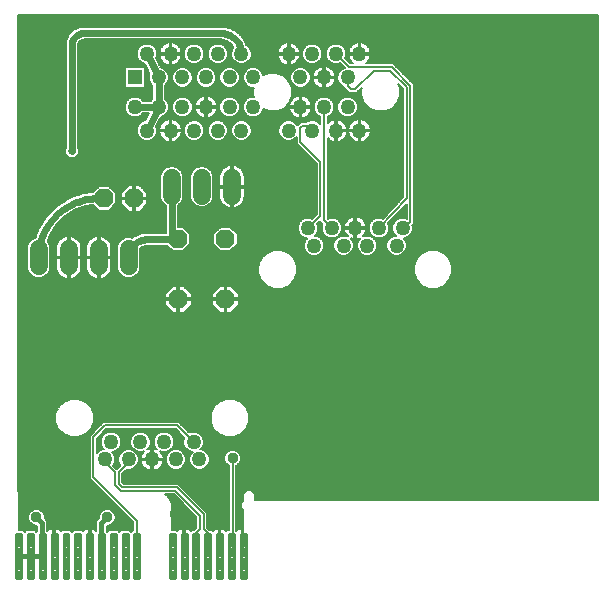
<source format=gtl>
G75*
%MOIN*%
%OFA0B0*%
%FSLAX24Y24*%
%IPPOS*%
%LPD*%
%AMOC8*
5,1,8,0,0,1.08239X$1,22.5*
%
%ADD10C,0.0500*%
%ADD11C,0.0110*%
%ADD12R,0.0500X0.0500*%
%ADD13C,0.0591*%
%ADD14OC8,0.0630*%
%ADD15C,0.0060*%
%ADD16C,0.0376*%
%ADD17C,0.0160*%
%ADD18C,0.0240*%
%ADD19C,0.0260*%
D10*
X003221Y004795D03*
X003418Y005385D03*
X004008Y004795D03*
X004402Y005385D03*
X004796Y004795D03*
X005189Y005385D03*
X005583Y004795D03*
X006174Y005385D03*
X006370Y004795D03*
X010189Y011921D03*
X009993Y012511D03*
X010780Y012511D03*
X011174Y011921D03*
X011567Y012511D03*
X011961Y011921D03*
X012355Y012511D03*
X012945Y011921D03*
X013142Y012511D03*
X011705Y015759D03*
X010918Y015759D03*
X010130Y015759D03*
X009343Y015759D03*
X009737Y016547D03*
X010524Y016547D03*
X011311Y016547D03*
X011311Y017531D03*
X010524Y017531D03*
X009737Y017531D03*
X010130Y018319D03*
X009343Y018319D03*
X008162Y017531D03*
X007374Y017531D03*
X006587Y017531D03*
X005800Y017531D03*
X005012Y017531D03*
X004619Y018319D03*
X005406Y018319D03*
X006193Y018319D03*
X006981Y018319D03*
X007768Y018319D03*
X007374Y016547D03*
X006587Y016547D03*
X005800Y016547D03*
X005012Y016547D03*
X004225Y016547D03*
X004619Y015759D03*
X005406Y015759D03*
X006193Y015759D03*
X006981Y015759D03*
X007768Y015759D03*
X008162Y016547D03*
X010918Y018319D03*
X011705Y018319D03*
D11*
X000430Y002302D02*
X000430Y000838D01*
X000264Y000838D01*
X000264Y002302D01*
X000430Y002302D01*
X000430Y000947D02*
X000264Y000947D01*
X000264Y001056D02*
X000430Y001056D01*
X000430Y001165D02*
X000264Y001165D01*
X000264Y001274D02*
X000430Y001274D01*
X000430Y001383D02*
X000264Y001383D01*
X000264Y001492D02*
X000430Y001492D01*
X000430Y001601D02*
X000264Y001601D01*
X000264Y001710D02*
X000430Y001710D01*
X000430Y001819D02*
X000264Y001819D01*
X000264Y001928D02*
X000430Y001928D01*
X000430Y002037D02*
X000264Y002037D01*
X000264Y002146D02*
X000430Y002146D01*
X000430Y002255D02*
X000264Y002255D01*
X000824Y002302D02*
X000824Y000838D01*
X000658Y000838D01*
X000658Y002302D01*
X000824Y002302D01*
X000824Y000947D02*
X000658Y000947D01*
X000658Y001056D02*
X000824Y001056D01*
X000824Y001165D02*
X000658Y001165D01*
X000658Y001274D02*
X000824Y001274D01*
X000824Y001383D02*
X000658Y001383D01*
X000658Y001492D02*
X000824Y001492D01*
X000824Y001601D02*
X000658Y001601D01*
X000658Y001710D02*
X000824Y001710D01*
X000824Y001819D02*
X000658Y001819D01*
X000658Y001928D02*
X000824Y001928D01*
X000824Y002037D02*
X000658Y002037D01*
X000658Y002146D02*
X000824Y002146D01*
X000824Y002255D02*
X000658Y002255D01*
X001217Y002302D02*
X001217Y000838D01*
X001051Y000838D01*
X001051Y002302D01*
X001217Y002302D01*
X001217Y000947D02*
X001051Y000947D01*
X001051Y001056D02*
X001217Y001056D01*
X001217Y001165D02*
X001051Y001165D01*
X001051Y001274D02*
X001217Y001274D01*
X001217Y001383D02*
X001051Y001383D01*
X001051Y001492D02*
X001217Y001492D01*
X001217Y001601D02*
X001051Y001601D01*
X001051Y001710D02*
X001217Y001710D01*
X001217Y001819D02*
X001051Y001819D01*
X001051Y001928D02*
X001217Y001928D01*
X001217Y002037D02*
X001051Y002037D01*
X001051Y002146D02*
X001217Y002146D01*
X001217Y002255D02*
X001051Y002255D01*
X001611Y002302D02*
X001611Y000838D01*
X001445Y000838D01*
X001445Y002302D01*
X001611Y002302D01*
X001611Y000947D02*
X001445Y000947D01*
X001445Y001056D02*
X001611Y001056D01*
X001611Y001165D02*
X001445Y001165D01*
X001445Y001274D02*
X001611Y001274D01*
X001611Y001383D02*
X001445Y001383D01*
X001445Y001492D02*
X001611Y001492D01*
X001611Y001601D02*
X001445Y001601D01*
X001445Y001710D02*
X001611Y001710D01*
X001611Y001819D02*
X001445Y001819D01*
X001445Y001928D02*
X001611Y001928D01*
X001611Y002037D02*
X001445Y002037D01*
X001445Y002146D02*
X001611Y002146D01*
X001611Y002255D02*
X001445Y002255D01*
X002005Y002302D02*
X002005Y000838D01*
X001839Y000838D01*
X001839Y002302D01*
X002005Y002302D01*
X002005Y000947D02*
X001839Y000947D01*
X001839Y001056D02*
X002005Y001056D01*
X002005Y001165D02*
X001839Y001165D01*
X001839Y001274D02*
X002005Y001274D01*
X002005Y001383D02*
X001839Y001383D01*
X001839Y001492D02*
X002005Y001492D01*
X002005Y001601D02*
X001839Y001601D01*
X001839Y001710D02*
X002005Y001710D01*
X002005Y001819D02*
X001839Y001819D01*
X001839Y001928D02*
X002005Y001928D01*
X002005Y002037D02*
X001839Y002037D01*
X001839Y002146D02*
X002005Y002146D01*
X002005Y002255D02*
X001839Y002255D01*
X002398Y002302D02*
X002398Y000838D01*
X002232Y000838D01*
X002232Y002302D01*
X002398Y002302D01*
X002398Y000947D02*
X002232Y000947D01*
X002232Y001056D02*
X002398Y001056D01*
X002398Y001165D02*
X002232Y001165D01*
X002232Y001274D02*
X002398Y001274D01*
X002398Y001383D02*
X002232Y001383D01*
X002232Y001492D02*
X002398Y001492D01*
X002398Y001601D02*
X002232Y001601D01*
X002232Y001710D02*
X002398Y001710D01*
X002398Y001819D02*
X002232Y001819D01*
X002232Y001928D02*
X002398Y001928D01*
X002398Y002037D02*
X002232Y002037D01*
X002232Y002146D02*
X002398Y002146D01*
X002398Y002255D02*
X002232Y002255D01*
X002792Y002302D02*
X002792Y000838D01*
X002626Y000838D01*
X002626Y002302D01*
X002792Y002302D01*
X002792Y000947D02*
X002626Y000947D01*
X002626Y001056D02*
X002792Y001056D01*
X002792Y001165D02*
X002626Y001165D01*
X002626Y001274D02*
X002792Y001274D01*
X002792Y001383D02*
X002626Y001383D01*
X002626Y001492D02*
X002792Y001492D01*
X002792Y001601D02*
X002626Y001601D01*
X002626Y001710D02*
X002792Y001710D01*
X002792Y001819D02*
X002626Y001819D01*
X002626Y001928D02*
X002792Y001928D01*
X002792Y002037D02*
X002626Y002037D01*
X002626Y002146D02*
X002792Y002146D01*
X002792Y002255D02*
X002626Y002255D01*
X003186Y002302D02*
X003186Y000838D01*
X003020Y000838D01*
X003020Y002302D01*
X003186Y002302D01*
X003186Y000947D02*
X003020Y000947D01*
X003020Y001056D02*
X003186Y001056D01*
X003186Y001165D02*
X003020Y001165D01*
X003020Y001274D02*
X003186Y001274D01*
X003186Y001383D02*
X003020Y001383D01*
X003020Y001492D02*
X003186Y001492D01*
X003186Y001601D02*
X003020Y001601D01*
X003020Y001710D02*
X003186Y001710D01*
X003186Y001819D02*
X003020Y001819D01*
X003020Y001928D02*
X003186Y001928D01*
X003186Y002037D02*
X003020Y002037D01*
X003020Y002146D02*
X003186Y002146D01*
X003186Y002255D02*
X003020Y002255D01*
X003579Y002302D02*
X003579Y000838D01*
X003413Y000838D01*
X003413Y002302D01*
X003579Y002302D01*
X003579Y000947D02*
X003413Y000947D01*
X003413Y001056D02*
X003579Y001056D01*
X003579Y001165D02*
X003413Y001165D01*
X003413Y001274D02*
X003579Y001274D01*
X003579Y001383D02*
X003413Y001383D01*
X003413Y001492D02*
X003579Y001492D01*
X003579Y001601D02*
X003413Y001601D01*
X003413Y001710D02*
X003579Y001710D01*
X003579Y001819D02*
X003413Y001819D01*
X003413Y001928D02*
X003579Y001928D01*
X003579Y002037D02*
X003413Y002037D01*
X003413Y002146D02*
X003579Y002146D01*
X003579Y002255D02*
X003413Y002255D01*
X003973Y002302D02*
X003973Y000838D01*
X003807Y000838D01*
X003807Y002302D01*
X003973Y002302D01*
X003973Y000947D02*
X003807Y000947D01*
X003807Y001056D02*
X003973Y001056D01*
X003973Y001165D02*
X003807Y001165D01*
X003807Y001274D02*
X003973Y001274D01*
X003973Y001383D02*
X003807Y001383D01*
X003807Y001492D02*
X003973Y001492D01*
X003973Y001601D02*
X003807Y001601D01*
X003807Y001710D02*
X003973Y001710D01*
X003973Y001819D02*
X003807Y001819D01*
X003807Y001928D02*
X003973Y001928D01*
X003973Y002037D02*
X003807Y002037D01*
X003807Y002146D02*
X003973Y002146D01*
X003973Y002255D02*
X003807Y002255D01*
X004367Y002302D02*
X004367Y000838D01*
X004201Y000838D01*
X004201Y002302D01*
X004367Y002302D01*
X004367Y000947D02*
X004201Y000947D01*
X004201Y001056D02*
X004367Y001056D01*
X004367Y001165D02*
X004201Y001165D01*
X004201Y001274D02*
X004367Y001274D01*
X004367Y001383D02*
X004201Y001383D01*
X004201Y001492D02*
X004367Y001492D01*
X004367Y001601D02*
X004201Y001601D01*
X004201Y001710D02*
X004367Y001710D01*
X004367Y001819D02*
X004201Y001819D01*
X004201Y001928D02*
X004367Y001928D01*
X004367Y002037D02*
X004201Y002037D01*
X004201Y002146D02*
X004367Y002146D01*
X004367Y002255D02*
X004201Y002255D01*
X005548Y002302D02*
X005548Y000838D01*
X005382Y000838D01*
X005382Y002302D01*
X005548Y002302D01*
X005548Y000947D02*
X005382Y000947D01*
X005382Y001056D02*
X005548Y001056D01*
X005548Y001165D02*
X005382Y001165D01*
X005382Y001274D02*
X005548Y001274D01*
X005548Y001383D02*
X005382Y001383D01*
X005382Y001492D02*
X005548Y001492D01*
X005548Y001601D02*
X005382Y001601D01*
X005382Y001710D02*
X005548Y001710D01*
X005548Y001819D02*
X005382Y001819D01*
X005382Y001928D02*
X005548Y001928D01*
X005548Y002037D02*
X005382Y002037D01*
X005382Y002146D02*
X005548Y002146D01*
X005548Y002255D02*
X005382Y002255D01*
X005942Y002302D02*
X005942Y000838D01*
X005776Y000838D01*
X005776Y002302D01*
X005942Y002302D01*
X005942Y000947D02*
X005776Y000947D01*
X005776Y001056D02*
X005942Y001056D01*
X005942Y001165D02*
X005776Y001165D01*
X005776Y001274D02*
X005942Y001274D01*
X005942Y001383D02*
X005776Y001383D01*
X005776Y001492D02*
X005942Y001492D01*
X005942Y001601D02*
X005776Y001601D01*
X005776Y001710D02*
X005942Y001710D01*
X005942Y001819D02*
X005776Y001819D01*
X005776Y001928D02*
X005942Y001928D01*
X005942Y002037D02*
X005776Y002037D01*
X005776Y002146D02*
X005942Y002146D01*
X005942Y002255D02*
X005776Y002255D01*
X006335Y002302D02*
X006335Y000838D01*
X006169Y000838D01*
X006169Y002302D01*
X006335Y002302D01*
X006335Y000947D02*
X006169Y000947D01*
X006169Y001056D02*
X006335Y001056D01*
X006335Y001165D02*
X006169Y001165D01*
X006169Y001274D02*
X006335Y001274D01*
X006335Y001383D02*
X006169Y001383D01*
X006169Y001492D02*
X006335Y001492D01*
X006335Y001601D02*
X006169Y001601D01*
X006169Y001710D02*
X006335Y001710D01*
X006335Y001819D02*
X006169Y001819D01*
X006169Y001928D02*
X006335Y001928D01*
X006335Y002037D02*
X006169Y002037D01*
X006169Y002146D02*
X006335Y002146D01*
X006335Y002255D02*
X006169Y002255D01*
X006729Y002302D02*
X006729Y000838D01*
X006563Y000838D01*
X006563Y002302D01*
X006729Y002302D01*
X006729Y000947D02*
X006563Y000947D01*
X006563Y001056D02*
X006729Y001056D01*
X006729Y001165D02*
X006563Y001165D01*
X006563Y001274D02*
X006729Y001274D01*
X006729Y001383D02*
X006563Y001383D01*
X006563Y001492D02*
X006729Y001492D01*
X006729Y001601D02*
X006563Y001601D01*
X006563Y001710D02*
X006729Y001710D01*
X006729Y001819D02*
X006563Y001819D01*
X006563Y001928D02*
X006729Y001928D01*
X006729Y002037D02*
X006563Y002037D01*
X006563Y002146D02*
X006729Y002146D01*
X006729Y002255D02*
X006563Y002255D01*
X007123Y002302D02*
X007123Y000838D01*
X006957Y000838D01*
X006957Y002302D01*
X007123Y002302D01*
X007123Y000947D02*
X006957Y000947D01*
X006957Y001056D02*
X007123Y001056D01*
X007123Y001165D02*
X006957Y001165D01*
X006957Y001274D02*
X007123Y001274D01*
X007123Y001383D02*
X006957Y001383D01*
X006957Y001492D02*
X007123Y001492D01*
X007123Y001601D02*
X006957Y001601D01*
X006957Y001710D02*
X007123Y001710D01*
X007123Y001819D02*
X006957Y001819D01*
X006957Y001928D02*
X007123Y001928D01*
X007123Y002037D02*
X006957Y002037D01*
X006957Y002146D02*
X007123Y002146D01*
X007123Y002255D02*
X006957Y002255D01*
X007516Y002302D02*
X007516Y000838D01*
X007350Y000838D01*
X007350Y002302D01*
X007516Y002302D01*
X007516Y000947D02*
X007350Y000947D01*
X007350Y001056D02*
X007516Y001056D01*
X007516Y001165D02*
X007350Y001165D01*
X007350Y001274D02*
X007516Y001274D01*
X007516Y001383D02*
X007350Y001383D01*
X007350Y001492D02*
X007516Y001492D01*
X007516Y001601D02*
X007350Y001601D01*
X007350Y001710D02*
X007516Y001710D01*
X007516Y001819D02*
X007350Y001819D01*
X007350Y001928D02*
X007516Y001928D01*
X007516Y002037D02*
X007350Y002037D01*
X007350Y002146D02*
X007516Y002146D01*
X007516Y002255D02*
X007350Y002255D01*
X007910Y002302D02*
X007910Y000838D01*
X007744Y000838D01*
X007744Y002302D01*
X007910Y002302D01*
X007910Y000947D02*
X007744Y000947D01*
X007744Y001056D02*
X007910Y001056D01*
X007910Y001165D02*
X007744Y001165D01*
X007744Y001274D02*
X007910Y001274D01*
X007910Y001383D02*
X007744Y001383D01*
X007744Y001492D02*
X007910Y001492D01*
X007910Y001601D02*
X007744Y001601D01*
X007744Y001710D02*
X007910Y001710D01*
X007910Y001819D02*
X007744Y001819D01*
X007744Y001928D02*
X007910Y001928D01*
X007910Y002037D02*
X007744Y002037D01*
X007744Y002146D02*
X007910Y002146D01*
X007910Y002255D02*
X007744Y002255D01*
D12*
X004225Y017531D03*
D13*
X005449Y014185D02*
X005449Y013594D01*
X006449Y013594D02*
X006449Y014185D01*
X007449Y014185D02*
X007449Y013594D01*
X004012Y011822D02*
X004012Y011232D01*
X003012Y011232D02*
X003012Y011822D01*
X002012Y011822D02*
X002012Y011232D01*
X001012Y011232D02*
X001012Y011822D01*
D14*
X003193Y013496D03*
X004193Y013496D03*
X005662Y012133D03*
X007237Y012133D03*
X007237Y010133D03*
X005662Y010133D03*
D15*
X005692Y010113D02*
X007207Y010113D01*
X007207Y010103D02*
X006792Y010103D01*
X006792Y009949D01*
X007052Y009688D01*
X007207Y009688D01*
X007207Y010103D01*
X007267Y010103D01*
X007267Y010163D01*
X007682Y010163D01*
X007682Y010318D01*
X007421Y010578D01*
X007267Y010578D01*
X007267Y010163D01*
X007207Y010163D01*
X007207Y010103D01*
X007207Y010055D02*
X007267Y010055D01*
X007267Y010103D02*
X007267Y009688D01*
X007421Y009688D01*
X007682Y009949D01*
X007682Y010103D01*
X007267Y010103D01*
X007267Y010113D02*
X019655Y010113D01*
X019655Y010055D02*
X007682Y010055D01*
X007682Y009996D02*
X019655Y009996D01*
X019655Y009938D02*
X007670Y009938D01*
X007612Y009879D02*
X019655Y009879D01*
X019655Y009821D02*
X007553Y009821D01*
X007495Y009762D02*
X019655Y009762D01*
X019655Y009704D02*
X007436Y009704D01*
X007267Y009704D02*
X007207Y009704D01*
X007207Y009762D02*
X007267Y009762D01*
X007267Y009821D02*
X007207Y009821D01*
X007207Y009879D02*
X007267Y009879D01*
X007267Y009938D02*
X007207Y009938D01*
X007207Y009996D02*
X007267Y009996D01*
X007267Y010172D02*
X007207Y010172D01*
X007207Y010163D02*
X007207Y010578D01*
X007052Y010578D01*
X006792Y010318D01*
X006792Y010163D01*
X007207Y010163D01*
X007207Y010230D02*
X007267Y010230D01*
X007267Y010289D02*
X007207Y010289D01*
X007207Y010347D02*
X007267Y010347D01*
X007267Y010406D02*
X007207Y010406D01*
X007207Y010464D02*
X007267Y010464D01*
X007267Y010523D02*
X007207Y010523D01*
X006997Y010523D02*
X005902Y010523D01*
X005846Y010578D02*
X005692Y010578D01*
X005692Y010163D01*
X006107Y010163D01*
X006107Y010318D01*
X005846Y010578D01*
X005960Y010464D02*
X006938Y010464D01*
X006880Y010406D02*
X006019Y010406D01*
X006077Y010347D02*
X006821Y010347D01*
X006792Y010289D02*
X006107Y010289D01*
X006107Y010230D02*
X006792Y010230D01*
X006792Y010172D02*
X006107Y010172D01*
X006107Y010103D02*
X005692Y010103D01*
X005692Y009688D01*
X005846Y009688D01*
X006107Y009949D01*
X006107Y010103D01*
X006107Y010055D02*
X006792Y010055D01*
X006792Y009996D02*
X006107Y009996D01*
X006096Y009938D02*
X006803Y009938D01*
X006861Y009879D02*
X006037Y009879D01*
X005979Y009821D02*
X006920Y009821D01*
X006978Y009762D02*
X005920Y009762D01*
X005862Y009704D02*
X007037Y009704D01*
X007682Y010172D02*
X019655Y010172D01*
X019655Y010230D02*
X007682Y010230D01*
X007682Y010289D02*
X019655Y010289D01*
X019655Y010347D02*
X007652Y010347D01*
X007594Y010406D02*
X019655Y010406D01*
X019655Y010464D02*
X007535Y010464D01*
X007477Y010523D02*
X008776Y010523D01*
X008853Y010491D02*
X008617Y010589D01*
X008436Y010769D01*
X008338Y011006D01*
X008338Y011261D01*
X008436Y011497D01*
X008617Y011678D01*
X008853Y011776D01*
X009109Y011776D01*
X009345Y011678D01*
X009525Y011497D01*
X009623Y011261D01*
X009623Y011006D01*
X009525Y010769D01*
X009345Y010589D01*
X009109Y010491D01*
X008853Y010491D01*
X008634Y010581D02*
X000330Y010581D01*
X000330Y010523D02*
X005422Y010523D01*
X005477Y010578D02*
X005217Y010318D01*
X005217Y010163D01*
X005632Y010163D01*
X005632Y010103D01*
X005692Y010103D01*
X005692Y010163D01*
X005632Y010163D01*
X005632Y010578D01*
X005477Y010578D01*
X005363Y010464D02*
X000330Y010464D01*
X000330Y010406D02*
X005305Y010406D01*
X005246Y010347D02*
X000330Y010347D01*
X000330Y010289D02*
X005217Y010289D01*
X005217Y010230D02*
X000330Y010230D01*
X000330Y010172D02*
X005217Y010172D01*
X005217Y010103D02*
X005217Y009949D01*
X005477Y009688D01*
X005632Y009688D01*
X005632Y010103D01*
X005217Y010103D01*
X005217Y010055D02*
X000330Y010055D01*
X000330Y010113D02*
X005632Y010113D01*
X005632Y010055D02*
X005692Y010055D01*
X005692Y009996D02*
X005632Y009996D01*
X005632Y009938D02*
X005692Y009938D01*
X005692Y009879D02*
X005632Y009879D01*
X005632Y009821D02*
X005692Y009821D01*
X005692Y009762D02*
X005632Y009762D01*
X005632Y009704D02*
X005692Y009704D01*
X005462Y009704D02*
X000330Y009704D01*
X000330Y009762D02*
X005404Y009762D01*
X005345Y009821D02*
X000330Y009821D01*
X000330Y009879D02*
X005287Y009879D01*
X005228Y009938D02*
X000330Y009938D01*
X000330Y009996D02*
X005217Y009996D01*
X005632Y010172D02*
X005692Y010172D01*
X005692Y010230D02*
X005632Y010230D01*
X005632Y010289D02*
X005692Y010289D01*
X005692Y010347D02*
X005632Y010347D01*
X005632Y010406D02*
X005692Y010406D01*
X005692Y010464D02*
X005632Y010464D01*
X005632Y010523D02*
X005692Y010523D01*
X005830Y011728D02*
X005494Y011728D01*
X005299Y011923D01*
X004619Y011923D01*
X004541Y011916D01*
X004398Y011857D01*
X004397Y011856D01*
X004397Y011155D01*
X004339Y011014D01*
X004230Y010905D01*
X004089Y010847D01*
X003936Y010847D01*
X003794Y010905D01*
X003686Y011014D01*
X003627Y011155D01*
X003627Y011899D01*
X003686Y012041D01*
X003794Y012149D01*
X003936Y012208D01*
X004089Y012208D01*
X004128Y012191D01*
X004156Y012219D01*
X004156Y012219D01*
X004456Y012343D01*
X005239Y012343D01*
X005239Y013264D01*
X005231Y013267D01*
X005123Y013376D01*
X005064Y013517D01*
X005064Y014261D01*
X005123Y014403D01*
X005231Y014511D01*
X005373Y014570D01*
X005526Y014570D01*
X005667Y014511D01*
X005776Y014403D01*
X005834Y014261D01*
X005834Y013517D01*
X005776Y013376D01*
X005667Y013267D01*
X005659Y013264D01*
X005659Y012538D01*
X005830Y012538D01*
X006067Y012301D01*
X006067Y011966D01*
X005830Y011728D01*
X005852Y011751D02*
X007046Y011751D01*
X007069Y011728D02*
X007404Y011728D01*
X007642Y011966D01*
X007642Y012301D01*
X007404Y012538D01*
X007069Y012538D01*
X006832Y012301D01*
X006832Y011966D01*
X007069Y011728D01*
X006987Y011810D02*
X005911Y011810D01*
X005969Y011868D02*
X006929Y011868D01*
X006870Y011927D02*
X006028Y011927D01*
X006067Y011985D02*
X006832Y011985D01*
X006832Y012044D02*
X006067Y012044D01*
X006067Y012102D02*
X006832Y012102D01*
X006832Y012161D02*
X006067Y012161D01*
X006067Y012219D02*
X006832Y012219D01*
X006832Y012278D02*
X006067Y012278D01*
X006032Y012336D02*
X006867Y012336D01*
X006925Y012395D02*
X005973Y012395D01*
X005915Y012453D02*
X006984Y012453D01*
X007042Y012512D02*
X005856Y012512D01*
X005659Y012570D02*
X009653Y012570D01*
X009653Y012579D02*
X009653Y012444D01*
X009704Y012319D01*
X009800Y012223D01*
X009925Y012171D01*
X009959Y012171D01*
X009901Y012113D01*
X009849Y011988D01*
X009849Y011853D01*
X009901Y011728D01*
X009997Y011633D01*
X010122Y011581D01*
X010257Y011581D01*
X010382Y011633D01*
X010478Y011728D01*
X010529Y011853D01*
X010529Y011988D01*
X010478Y012113D01*
X010382Y012209D01*
X010257Y012261D01*
X010223Y012261D01*
X010281Y012319D01*
X010333Y012444D01*
X010333Y012579D01*
X010302Y012652D01*
X010405Y012754D01*
X010405Y012717D01*
X010470Y012652D01*
X010440Y012579D01*
X010440Y012444D01*
X010492Y012319D01*
X010587Y012223D01*
X010712Y012171D01*
X010848Y012171D01*
X010973Y012223D01*
X011068Y012319D01*
X011120Y012444D01*
X011120Y012579D01*
X011068Y012704D01*
X010973Y012800D01*
X010848Y012851D01*
X010712Y012851D01*
X010645Y012824D01*
X010645Y015495D01*
X010675Y015464D01*
X010738Y015423D01*
X010807Y015394D01*
X010880Y015379D01*
X010888Y015379D01*
X010888Y015729D01*
X010948Y015729D01*
X010948Y015379D01*
X010955Y015379D01*
X011029Y015394D01*
X011098Y015423D01*
X011160Y015464D01*
X011213Y015517D01*
X011254Y015579D01*
X011283Y015649D01*
X011298Y015722D01*
X011298Y015729D01*
X011325Y015729D01*
X011325Y015722D01*
X011340Y015649D01*
X011368Y015579D01*
X011410Y015517D01*
X011463Y015464D01*
X011525Y015423D01*
X011594Y015394D01*
X011668Y015379D01*
X011675Y015379D01*
X011675Y015729D01*
X011735Y015729D01*
X011735Y015379D01*
X011743Y015379D01*
X011816Y015394D01*
X011885Y015423D01*
X011947Y015464D01*
X012000Y015517D01*
X012042Y015579D01*
X012071Y015649D01*
X012085Y015722D01*
X012085Y015729D01*
X013159Y015729D01*
X013159Y015671D02*
X012075Y015671D01*
X012085Y015729D02*
X011735Y015729D01*
X011675Y015729D01*
X011325Y015729D01*
X011298Y015729D02*
X010948Y015729D01*
X010888Y015729D01*
X010888Y015671D02*
X010948Y015671D01*
X010948Y015729D02*
X010948Y015789D01*
X011298Y015789D01*
X011298Y015797D01*
X011283Y015870D01*
X011254Y015939D01*
X011213Y016002D01*
X011160Y016055D01*
X011098Y016096D01*
X011029Y016125D01*
X010955Y016139D01*
X010948Y016139D01*
X010888Y016139D01*
X010888Y015789D01*
X010948Y015789D01*
X010948Y016139D01*
X010958Y016139D02*
X011665Y016139D01*
X011668Y016139D02*
X011594Y016125D01*
X011525Y016096D01*
X011463Y016055D01*
X011410Y016002D01*
X011368Y015939D01*
X011340Y015870D01*
X011325Y015797D01*
X011325Y015789D01*
X011675Y015789D01*
X011675Y015729D01*
X011675Y015671D02*
X011735Y015671D01*
X011735Y015729D02*
X011735Y015789D01*
X012085Y015789D01*
X012085Y015797D01*
X012071Y015870D01*
X012042Y015939D01*
X012000Y016002D01*
X011947Y016055D01*
X011885Y016096D01*
X011816Y016125D01*
X011743Y016139D01*
X011735Y016139D01*
X011675Y016139D01*
X011675Y015789D01*
X011735Y015789D01*
X011735Y016139D01*
X011745Y016139D02*
X013159Y016139D01*
X013159Y016197D02*
X010645Y016197D01*
X010645Y016229D02*
X010717Y016259D01*
X010812Y016354D01*
X010864Y016479D01*
X010864Y016614D01*
X010812Y016739D01*
X010717Y016835D01*
X010592Y016887D01*
X010456Y016887D01*
X010331Y016835D01*
X010236Y016739D01*
X010184Y016614D01*
X010184Y016479D01*
X010236Y016354D01*
X010331Y016259D01*
X010405Y016228D01*
X010405Y015966D01*
X010323Y016048D01*
X010198Y016099D01*
X010063Y016099D01*
X009938Y016048D01*
X009927Y016037D01*
X009746Y016037D01*
X009676Y015967D01*
X009640Y015931D01*
X009631Y015952D01*
X009536Y016048D01*
X009411Y016099D01*
X009275Y016099D01*
X009150Y016048D01*
X009055Y015952D01*
X009003Y015827D01*
X009003Y015692D01*
X009055Y015567D01*
X009150Y015471D01*
X009275Y015419D01*
X009411Y015419D01*
X009536Y015471D01*
X009617Y015552D01*
X009617Y015315D01*
X009687Y015245D01*
X010285Y014647D01*
X010285Y012974D01*
X010133Y012821D01*
X010060Y012851D01*
X009925Y012851D01*
X009800Y012800D01*
X009704Y012704D01*
X009653Y012579D01*
X009673Y012629D02*
X005659Y012629D01*
X005659Y012687D02*
X009697Y012687D01*
X009746Y012746D02*
X005659Y012746D01*
X005659Y012804D02*
X009811Y012804D01*
X010174Y012863D02*
X005659Y012863D01*
X005659Y012921D02*
X010233Y012921D01*
X010285Y012980D02*
X005659Y012980D01*
X005659Y013038D02*
X010285Y013038D01*
X010285Y013097D02*
X005659Y013097D01*
X005659Y013155D02*
X010285Y013155D01*
X010285Y013214D02*
X007640Y013214D01*
X007612Y013200D02*
X007672Y013230D01*
X007726Y013270D01*
X007774Y013317D01*
X007813Y013371D01*
X007843Y013431D01*
X007864Y013495D01*
X007874Y013561D01*
X007874Y013859D01*
X007479Y013859D01*
X007479Y013169D01*
X007483Y013169D01*
X007549Y013179D01*
X007612Y013200D01*
X007479Y013214D02*
X007419Y013214D01*
X007419Y013169D02*
X007419Y013859D01*
X007479Y013859D01*
X007479Y013919D01*
X007874Y013919D01*
X007874Y014218D01*
X007864Y014284D01*
X007843Y014348D01*
X007813Y014408D01*
X007774Y014462D01*
X007726Y014509D01*
X007672Y014548D01*
X007612Y014579D01*
X007549Y014599D01*
X007483Y014610D01*
X007479Y014610D01*
X007479Y013919D01*
X007419Y013919D01*
X007419Y013859D01*
X007024Y013859D01*
X007024Y013561D01*
X007034Y013495D01*
X007055Y013431D01*
X007085Y013371D01*
X007125Y013317D01*
X007172Y013270D01*
X007226Y013230D01*
X007286Y013200D01*
X007350Y013179D01*
X007416Y013169D01*
X007419Y013169D01*
X007419Y013272D02*
X007479Y013272D01*
X007479Y013331D02*
X007419Y013331D01*
X007419Y013389D02*
X007479Y013389D01*
X007479Y013448D02*
X007419Y013448D01*
X007419Y013506D02*
X007479Y013506D01*
X007479Y013565D02*
X007419Y013565D01*
X007419Y013623D02*
X007479Y013623D01*
X007479Y013682D02*
X007419Y013682D01*
X007419Y013740D02*
X007479Y013740D01*
X007479Y013799D02*
X007419Y013799D01*
X007419Y013857D02*
X007479Y013857D01*
X007479Y013916D02*
X010285Y013916D01*
X010285Y013974D02*
X007874Y013974D01*
X007874Y014033D02*
X010285Y014033D01*
X010285Y014091D02*
X007874Y014091D01*
X007874Y014150D02*
X010285Y014150D01*
X010285Y014208D02*
X007874Y014208D01*
X007867Y014267D02*
X010285Y014267D01*
X010285Y014325D02*
X007851Y014325D01*
X007825Y014384D02*
X010285Y014384D01*
X010285Y014442D02*
X007788Y014442D01*
X007734Y014501D02*
X010285Y014501D01*
X010285Y014559D02*
X007650Y014559D01*
X007479Y014559D02*
X007419Y014559D01*
X007419Y014610D02*
X007416Y014610D01*
X007350Y014599D01*
X007286Y014579D01*
X007226Y014548D01*
X007172Y014509D01*
X007125Y014462D01*
X007085Y014408D01*
X007055Y014348D01*
X007034Y014284D01*
X007024Y014218D01*
X007024Y013919D01*
X007419Y013919D01*
X007419Y014610D01*
X007419Y014501D02*
X007479Y014501D01*
X007479Y014442D02*
X007419Y014442D01*
X007419Y014384D02*
X007479Y014384D01*
X007479Y014325D02*
X007419Y014325D01*
X007419Y014267D02*
X007479Y014267D01*
X007479Y014208D02*
X007419Y014208D01*
X007419Y014150D02*
X007479Y014150D01*
X007479Y014091D02*
X007419Y014091D01*
X007419Y014033D02*
X007479Y014033D01*
X007479Y013974D02*
X007419Y013974D01*
X007419Y013916D02*
X006834Y013916D01*
X006834Y013974D02*
X007024Y013974D01*
X007024Y014033D02*
X006834Y014033D01*
X006834Y014091D02*
X007024Y014091D01*
X007024Y014150D02*
X006834Y014150D01*
X006834Y014208D02*
X007024Y014208D01*
X007032Y014267D02*
X006832Y014267D01*
X006834Y014261D02*
X006776Y014403D01*
X006667Y014511D01*
X006526Y014570D01*
X006373Y014570D01*
X006231Y014511D01*
X006123Y014403D01*
X006064Y014261D01*
X006064Y013517D01*
X006123Y013376D01*
X006231Y013267D01*
X006373Y013209D01*
X006526Y013209D01*
X006667Y013267D01*
X006776Y013376D01*
X006834Y013517D01*
X006834Y014261D01*
X006808Y014325D02*
X007048Y014325D01*
X007073Y014384D02*
X006784Y014384D01*
X006736Y014442D02*
X007111Y014442D01*
X007164Y014501D02*
X006678Y014501D01*
X006551Y014559D02*
X007248Y014559D01*
X007024Y013857D02*
X006834Y013857D01*
X006834Y013799D02*
X007024Y013799D01*
X007024Y013740D02*
X006834Y013740D01*
X006834Y013682D02*
X007024Y013682D01*
X007024Y013623D02*
X006834Y013623D01*
X006834Y013565D02*
X007024Y013565D01*
X007033Y013506D02*
X006830Y013506D01*
X006806Y013448D02*
X007050Y013448D01*
X007076Y013389D02*
X006781Y013389D01*
X006731Y013331D02*
X007115Y013331D01*
X007169Y013272D02*
X006672Y013272D01*
X006538Y013214D02*
X007259Y013214D01*
X007729Y013272D02*
X010285Y013272D01*
X010285Y013331D02*
X007784Y013331D01*
X007822Y013389D02*
X010285Y013389D01*
X010285Y013448D02*
X007849Y013448D01*
X007866Y013506D02*
X010285Y013506D01*
X010285Y013565D02*
X007874Y013565D01*
X007874Y013623D02*
X010285Y013623D01*
X010285Y013682D02*
X007874Y013682D01*
X007874Y013740D02*
X010285Y013740D01*
X010285Y013799D02*
X007874Y013799D01*
X007874Y013857D02*
X010285Y013857D01*
X010645Y013857D02*
X013159Y013857D01*
X013159Y013799D02*
X010645Y013799D01*
X010645Y013740D02*
X013159Y013740D01*
X013159Y013682D02*
X010645Y013682D01*
X010645Y013623D02*
X013159Y013623D01*
X013159Y013565D02*
X010645Y013565D01*
X010645Y013506D02*
X013124Y013506D01*
X013159Y013543D02*
X012485Y012825D01*
X012422Y012851D01*
X012287Y012851D01*
X012162Y012800D01*
X012066Y012704D01*
X012015Y012579D01*
X012015Y012444D01*
X012066Y012319D01*
X012162Y012223D01*
X012287Y012171D01*
X012422Y012171D01*
X012547Y012223D01*
X012643Y012319D01*
X012695Y012444D01*
X012695Y012579D01*
X012660Y012662D01*
X013279Y013320D01*
X013279Y012823D01*
X013210Y012851D01*
X013074Y012851D01*
X012950Y012800D01*
X012854Y012704D01*
X012802Y012579D01*
X012802Y012444D01*
X012854Y012319D01*
X012912Y012261D01*
X012878Y012261D01*
X012753Y012209D01*
X012657Y012113D01*
X012605Y011988D01*
X012605Y011853D01*
X012657Y011728D01*
X012753Y011633D01*
X012878Y011581D01*
X013013Y011581D01*
X013138Y011633D01*
X013234Y011728D01*
X013285Y011853D01*
X013285Y011988D01*
X013234Y012113D01*
X013176Y012171D01*
X013210Y012171D01*
X013335Y012223D01*
X013430Y012319D01*
X013482Y012444D01*
X013482Y012579D01*
X013470Y012609D01*
X013478Y012618D01*
X013511Y012643D01*
X013513Y012652D01*
X013519Y012659D01*
X013519Y012700D01*
X013524Y012742D01*
X013519Y012749D01*
X013519Y017310D01*
X012893Y017936D01*
X012823Y018006D01*
X011922Y018006D01*
X011947Y018023D01*
X012000Y018076D01*
X012042Y018139D01*
X012071Y018208D01*
X012085Y018281D01*
X012085Y018289D01*
X011735Y018289D01*
X011735Y018349D01*
X011675Y018349D01*
X011675Y018699D01*
X011668Y018699D01*
X011594Y018684D01*
X011525Y018655D01*
X011463Y018614D01*
X011410Y018561D01*
X011368Y018499D01*
X011340Y018429D01*
X011325Y018356D01*
X011325Y018349D01*
X011675Y018349D01*
X011675Y018289D01*
X011325Y018289D01*
X011325Y018281D01*
X011340Y018208D01*
X011368Y018139D01*
X011410Y018076D01*
X011463Y018023D01*
X011488Y018006D01*
X011400Y018006D01*
X011228Y018178D01*
X011258Y018251D01*
X011258Y018386D01*
X011206Y018511D01*
X011110Y018607D01*
X010985Y018659D01*
X010850Y018659D01*
X010725Y018607D01*
X010629Y018511D01*
X010578Y018386D01*
X010578Y018251D01*
X010629Y018126D01*
X010725Y018030D01*
X010850Y017979D01*
X010985Y017979D01*
X011058Y018009D01*
X011210Y017857D01*
X011119Y017819D01*
X011023Y017724D01*
X010971Y017599D01*
X010971Y017463D01*
X011023Y017339D01*
X011119Y017243D01*
X011191Y017213D01*
X011191Y017186D01*
X011360Y017017D01*
X011546Y017017D01*
X011593Y017016D01*
X011595Y017017D01*
X011597Y017017D01*
X011631Y017051D01*
X011782Y017193D01*
X011771Y017167D01*
X011771Y016911D01*
X011869Y016675D01*
X012050Y016494D01*
X012286Y016396D01*
X012542Y016396D01*
X012778Y016494D01*
X012959Y016675D01*
X013056Y016911D01*
X013056Y017167D01*
X012996Y017313D01*
X013159Y017159D01*
X013159Y013543D01*
X013279Y013496D02*
X013279Y017211D01*
X012727Y017732D01*
X012181Y017732D01*
X011548Y017137D01*
X011410Y017137D01*
X011311Y017236D01*
X011311Y017531D01*
X010997Y017660D02*
X010882Y017660D01*
X010889Y017642D02*
X010861Y017711D01*
X010819Y017773D01*
X010766Y017826D01*
X010704Y017868D01*
X010635Y017896D01*
X010561Y017911D01*
X010554Y017911D01*
X010554Y017561D01*
X010904Y017561D01*
X010904Y017569D01*
X010889Y017642D01*
X010897Y017601D02*
X010973Y017601D01*
X010971Y017543D02*
X010554Y017543D01*
X010554Y017561D02*
X010554Y017501D01*
X010554Y017151D01*
X010561Y017151D01*
X010635Y017166D01*
X010704Y017194D01*
X010766Y017236D01*
X010819Y017289D01*
X010861Y017351D01*
X010889Y017420D01*
X010904Y017494D01*
X010904Y017501D01*
X010554Y017501D01*
X010494Y017501D01*
X010494Y017151D01*
X010487Y017151D01*
X010413Y017166D01*
X010344Y017194D01*
X010282Y017236D01*
X010229Y017289D01*
X010187Y017351D01*
X010159Y017420D01*
X010144Y017494D01*
X010144Y017501D01*
X010494Y017501D01*
X010494Y017561D01*
X010144Y017561D01*
X010144Y017569D01*
X010159Y017642D01*
X010187Y017711D01*
X010229Y017773D01*
X010282Y017826D01*
X010344Y017868D01*
X010413Y017896D01*
X010487Y017911D01*
X010494Y017911D01*
X010494Y017561D01*
X010554Y017561D01*
X010554Y017601D02*
X010494Y017601D01*
X010494Y017543D02*
X010077Y017543D01*
X010077Y017599D02*
X010025Y017724D01*
X009929Y017819D01*
X009804Y017871D01*
X009669Y017871D01*
X009544Y017819D01*
X009448Y017724D01*
X009397Y017599D01*
X009397Y017463D01*
X009448Y017339D01*
X009544Y017243D01*
X009669Y017191D01*
X009804Y017191D01*
X009929Y017243D01*
X010025Y017339D01*
X010077Y017463D01*
X010077Y017599D01*
X010076Y017601D02*
X010151Y017601D01*
X010166Y017660D02*
X010051Y017660D01*
X010027Y017718D02*
X010192Y017718D01*
X010232Y017777D02*
X009972Y017777D01*
X009890Y017835D02*
X010295Y017835D01*
X010407Y017894D02*
X005066Y017894D01*
X005077Y017871D02*
X004926Y018173D01*
X004959Y018251D01*
X004959Y018386D01*
X004907Y018511D01*
X004811Y018607D01*
X004686Y018659D01*
X004551Y018659D01*
X004426Y018607D01*
X004330Y018511D01*
X004279Y018386D01*
X004279Y018251D01*
X004330Y018126D01*
X004426Y018030D01*
X004551Y017979D01*
X004554Y017979D01*
X004705Y017677D01*
X004672Y017599D01*
X004672Y017463D01*
X004724Y017339D01*
X004802Y017260D01*
X004802Y016818D01*
X004741Y016757D01*
X004496Y016757D01*
X004417Y016835D01*
X004292Y016887D01*
X004157Y016887D01*
X004032Y016835D01*
X003937Y016739D01*
X003885Y016614D01*
X003885Y016479D01*
X003937Y016354D01*
X004032Y016259D01*
X004157Y016207D01*
X004292Y016207D01*
X004417Y016259D01*
X004496Y016337D01*
X004672Y016337D01*
X004554Y016099D01*
X004551Y016099D01*
X004426Y016048D01*
X004330Y015952D01*
X004279Y015827D01*
X004279Y015692D01*
X004330Y015567D01*
X004426Y015471D01*
X004551Y015419D01*
X004686Y015419D01*
X004811Y015471D01*
X004907Y015567D01*
X004959Y015692D01*
X004959Y015827D01*
X004926Y015905D01*
X005077Y016207D01*
X005080Y016207D01*
X005205Y016259D01*
X005300Y016354D01*
X005352Y016479D01*
X005352Y016614D01*
X005300Y016739D01*
X005222Y016818D01*
X005222Y017260D01*
X005300Y017339D01*
X005352Y017463D01*
X005352Y017599D01*
X005300Y017724D01*
X005205Y017819D01*
X005080Y017871D01*
X005077Y017871D01*
X005036Y017952D02*
X005299Y017952D01*
X005295Y017953D02*
X005368Y017939D01*
X005376Y017939D01*
X005376Y018288D01*
X005436Y018288D01*
X005436Y017939D01*
X005443Y017939D01*
X005517Y017953D01*
X005586Y017982D01*
X005648Y018023D01*
X005701Y018076D01*
X005743Y018139D01*
X005771Y018208D01*
X005786Y018281D01*
X005786Y018289D01*
X005436Y018289D01*
X005436Y018349D01*
X005376Y018349D01*
X005376Y018699D01*
X005368Y018699D01*
X005295Y018684D01*
X005226Y018655D01*
X005164Y018614D01*
X005111Y018561D01*
X005069Y018499D01*
X005041Y018429D01*
X005026Y018356D01*
X005026Y018349D01*
X005376Y018349D01*
X005376Y018289D01*
X005026Y018289D01*
X005026Y018281D01*
X005041Y018208D01*
X005069Y018139D01*
X005111Y018076D01*
X005164Y018023D01*
X005226Y017982D01*
X005295Y017953D01*
X005376Y017952D02*
X005436Y017952D01*
X005436Y018011D02*
X005376Y018011D01*
X005376Y018069D02*
X005436Y018069D01*
X005436Y018128D02*
X005376Y018128D01*
X005376Y018186D02*
X005436Y018186D01*
X005436Y018245D02*
X005376Y018245D01*
X005376Y018303D02*
X004959Y018303D01*
X004956Y018245D02*
X005033Y018245D01*
X005049Y018186D02*
X004932Y018186D01*
X004949Y018128D02*
X005076Y018128D01*
X005118Y018069D02*
X004978Y018069D01*
X005007Y018011D02*
X005182Y018011D01*
X005166Y017835D02*
X005646Y017835D01*
X005607Y017819D02*
X005511Y017724D01*
X005460Y017599D01*
X005460Y017463D01*
X005511Y017339D01*
X005607Y017243D01*
X005732Y017191D01*
X005867Y017191D01*
X005992Y017243D01*
X006088Y017339D01*
X006140Y017463D01*
X006140Y017599D01*
X006088Y017724D01*
X005992Y017819D01*
X005867Y017871D01*
X005732Y017871D01*
X005607Y017819D01*
X005565Y017777D02*
X005247Y017777D01*
X005303Y017718D02*
X005509Y017718D01*
X005485Y017660D02*
X005327Y017660D01*
X005351Y017601D02*
X005461Y017601D01*
X005460Y017543D02*
X005352Y017543D01*
X005352Y017484D02*
X005460Y017484D01*
X005475Y017426D02*
X005337Y017426D01*
X005312Y017367D02*
X005499Y017367D01*
X005541Y017309D02*
X005271Y017309D01*
X005222Y017250D02*
X005599Y017250D01*
X005730Y017192D02*
X005222Y017192D01*
X005222Y017133D02*
X008169Y017133D01*
X008169Y017167D02*
X008169Y016911D01*
X008179Y016887D01*
X008094Y016887D01*
X007969Y016835D01*
X007874Y016739D01*
X007822Y016614D01*
X007822Y016479D01*
X007874Y016354D01*
X007969Y016259D01*
X008094Y016207D01*
X008229Y016207D01*
X008354Y016259D01*
X008450Y016354D01*
X008499Y016473D01*
X008684Y016396D01*
X008939Y016396D01*
X009175Y016494D01*
X009356Y016675D01*
X009454Y016911D01*
X009454Y017167D01*
X009356Y017403D01*
X009175Y017584D01*
X008939Y017682D01*
X008684Y017682D01*
X008499Y017605D01*
X008450Y017724D01*
X008354Y017819D01*
X008229Y017871D01*
X008094Y017871D01*
X007969Y017819D01*
X007874Y017724D01*
X007822Y017599D01*
X007822Y017463D01*
X007874Y017339D01*
X007969Y017243D01*
X008094Y017191D01*
X008179Y017191D01*
X008169Y017167D01*
X008092Y017192D02*
X007444Y017192D01*
X007442Y017191D02*
X007567Y017243D01*
X007663Y017339D01*
X007714Y017463D01*
X007714Y017599D01*
X007663Y017724D01*
X007567Y017819D01*
X007442Y017871D01*
X007307Y017871D01*
X007182Y017819D01*
X007086Y017724D01*
X007034Y017599D01*
X007034Y017463D01*
X007086Y017339D01*
X007182Y017243D01*
X007307Y017191D01*
X007442Y017191D01*
X007305Y017192D02*
X006657Y017192D01*
X006655Y017191D02*
X006780Y017243D01*
X006875Y017339D01*
X006927Y017463D01*
X006927Y017599D01*
X006875Y017724D01*
X006780Y017819D01*
X006655Y017871D01*
X006519Y017871D01*
X006394Y017819D01*
X006299Y017724D01*
X006247Y017599D01*
X006247Y017463D01*
X006299Y017339D01*
X006394Y017243D01*
X006519Y017191D01*
X006655Y017191D01*
X006517Y017192D02*
X005869Y017192D01*
X006000Y017250D02*
X006387Y017250D01*
X006328Y017309D02*
X006058Y017309D01*
X006100Y017367D02*
X006287Y017367D01*
X006263Y017426D02*
X006124Y017426D01*
X006140Y017484D02*
X006247Y017484D01*
X006247Y017543D02*
X006140Y017543D01*
X006138Y017601D02*
X006248Y017601D01*
X006272Y017660D02*
X006114Y017660D01*
X006090Y017718D02*
X006297Y017718D01*
X006352Y017777D02*
X006035Y017777D01*
X005953Y017835D02*
X006433Y017835D01*
X006339Y018011D02*
X006835Y018011D01*
X006788Y018030D02*
X006913Y017979D01*
X007048Y017979D01*
X007173Y018030D01*
X007269Y018126D01*
X007321Y018251D01*
X007321Y018386D01*
X007269Y018511D01*
X007173Y018607D01*
X007048Y018659D01*
X006913Y018659D01*
X006788Y018607D01*
X006692Y018511D01*
X006641Y018386D01*
X006641Y018251D01*
X006692Y018126D01*
X006788Y018030D01*
X006749Y018069D02*
X006425Y018069D01*
X006386Y018030D02*
X006482Y018126D01*
X006533Y018251D01*
X006533Y018386D01*
X006482Y018511D01*
X006386Y018607D01*
X006261Y018659D01*
X006126Y018659D01*
X006001Y018607D01*
X005905Y018511D01*
X005853Y018386D01*
X005853Y018251D01*
X005905Y018126D01*
X006001Y018030D01*
X006126Y017979D01*
X006261Y017979D01*
X006386Y018030D01*
X006482Y018128D02*
X006692Y018128D01*
X006667Y018186D02*
X006507Y018186D01*
X006531Y018245D02*
X006643Y018245D01*
X006641Y018303D02*
X006533Y018303D01*
X006533Y018362D02*
X006641Y018362D01*
X006655Y018420D02*
X006519Y018420D01*
X006495Y018479D02*
X006679Y018479D01*
X006719Y018537D02*
X006455Y018537D01*
X006397Y018596D02*
X006777Y018596D01*
X006903Y018654D02*
X006271Y018654D01*
X006116Y018654D02*
X005587Y018654D01*
X005586Y018655D02*
X005517Y018684D01*
X005443Y018699D01*
X005436Y018699D01*
X005436Y018349D01*
X005786Y018349D01*
X005786Y018356D01*
X005771Y018429D01*
X005743Y018499D01*
X005701Y018561D01*
X005648Y018614D01*
X005586Y018655D01*
X005666Y018596D02*
X005990Y018596D01*
X005931Y018537D02*
X005717Y018537D01*
X005751Y018479D02*
X005892Y018479D01*
X005868Y018420D02*
X005773Y018420D01*
X005785Y018362D02*
X005853Y018362D01*
X005853Y018303D02*
X005436Y018303D01*
X005436Y018362D02*
X005376Y018362D01*
X005376Y018420D02*
X005436Y018420D01*
X005436Y018479D02*
X005376Y018479D01*
X005376Y018537D02*
X005436Y018537D01*
X005436Y018596D02*
X005376Y018596D01*
X005376Y018654D02*
X005436Y018654D01*
X005225Y018654D02*
X004696Y018654D01*
X004822Y018596D02*
X005146Y018596D01*
X005095Y018537D02*
X004880Y018537D01*
X004920Y018479D02*
X005061Y018479D01*
X005039Y018420D02*
X004944Y018420D01*
X004959Y018362D02*
X005027Y018362D01*
X005513Y017952D02*
X009236Y017952D01*
X009232Y017953D02*
X009305Y017939D01*
X009313Y017939D01*
X009313Y018288D01*
X009373Y018288D01*
X009373Y017939D01*
X009380Y017939D01*
X009454Y017953D01*
X009523Y017982D01*
X009585Y018023D01*
X009638Y018076D01*
X009680Y018139D01*
X009708Y018208D01*
X009723Y018281D01*
X009723Y018289D01*
X009373Y018289D01*
X009373Y018349D01*
X009313Y018349D01*
X009313Y018699D01*
X009305Y018699D01*
X009232Y018684D01*
X009163Y018655D01*
X009101Y018614D01*
X009048Y018561D01*
X009006Y018499D01*
X008978Y018429D01*
X008963Y018356D01*
X008963Y018349D01*
X009313Y018349D01*
X009313Y018289D01*
X008963Y018289D01*
X008963Y018281D01*
X008978Y018208D01*
X009006Y018139D01*
X009048Y018076D01*
X009101Y018023D01*
X009163Y017982D01*
X009232Y017953D01*
X009313Y017952D02*
X009373Y017952D01*
X009373Y018011D02*
X009313Y018011D01*
X009313Y018069D02*
X009373Y018069D01*
X009373Y018128D02*
X009313Y018128D01*
X009313Y018186D02*
X009373Y018186D01*
X009373Y018245D02*
X009313Y018245D01*
X009313Y018303D02*
X008108Y018303D01*
X008108Y018251D02*
X008056Y018126D01*
X007961Y018030D01*
X007836Y017979D01*
X007700Y017979D01*
X007576Y018030D01*
X007480Y018126D01*
X007428Y018251D01*
X007428Y018386D01*
X007480Y018511D01*
X007505Y018537D01*
X007243Y018537D01*
X007282Y018479D02*
X007467Y018479D01*
X007442Y018420D02*
X007307Y018420D01*
X007321Y018362D02*
X007428Y018362D01*
X007428Y018303D02*
X007321Y018303D01*
X007318Y018245D02*
X007431Y018245D01*
X007455Y018186D02*
X007294Y018186D01*
X007270Y018128D02*
X007479Y018128D01*
X007536Y018069D02*
X007212Y018069D01*
X007127Y018011D02*
X007622Y018011D01*
X007528Y017835D02*
X008008Y017835D01*
X007927Y017777D02*
X007609Y017777D01*
X007665Y017718D02*
X007871Y017718D01*
X007847Y017660D02*
X007689Y017660D01*
X007713Y017601D02*
X007823Y017601D01*
X007822Y017543D02*
X007714Y017543D01*
X007714Y017484D02*
X007822Y017484D01*
X007837Y017426D02*
X007699Y017426D01*
X007675Y017367D02*
X007862Y017367D01*
X007903Y017309D02*
X007633Y017309D01*
X007575Y017250D02*
X007962Y017250D01*
X008169Y017075D02*
X005222Y017075D01*
X005222Y017016D02*
X008169Y017016D01*
X008169Y016958D02*
X005222Y016958D01*
X005222Y016899D02*
X006445Y016899D01*
X006476Y016912D02*
X006407Y016884D01*
X006345Y016842D01*
X006292Y016789D01*
X006250Y016727D01*
X006222Y016658D01*
X006207Y016584D01*
X006207Y016577D01*
X006557Y016577D01*
X006557Y016927D01*
X006550Y016927D01*
X006476Y016912D01*
X006557Y016899D02*
X006617Y016899D01*
X006624Y016927D02*
X006617Y016927D01*
X006617Y016577D01*
X006557Y016577D01*
X006557Y016517D01*
X006207Y016517D01*
X006207Y016509D01*
X006222Y016436D01*
X006250Y016367D01*
X006292Y016305D01*
X006345Y016252D01*
X006407Y016210D01*
X006476Y016181D01*
X006550Y016167D01*
X006557Y016167D01*
X006557Y016517D01*
X006617Y016517D01*
X006617Y016577D01*
X006967Y016577D01*
X006967Y016584D01*
X006952Y016658D01*
X006924Y016727D01*
X006882Y016789D01*
X006829Y016842D01*
X006767Y016884D01*
X006698Y016912D01*
X006624Y016927D01*
X006617Y016841D02*
X006557Y016841D01*
X006557Y016782D02*
X006617Y016782D01*
X006617Y016724D02*
X006557Y016724D01*
X006557Y016665D02*
X006617Y016665D01*
X006617Y016607D02*
X006557Y016607D01*
X006557Y016548D02*
X006140Y016548D01*
X006140Y016490D02*
X006211Y016490D01*
X006224Y016431D02*
X006120Y016431D01*
X006140Y016479D02*
X006088Y016354D01*
X005992Y016259D01*
X005867Y016207D01*
X005732Y016207D01*
X005607Y016259D01*
X005511Y016354D01*
X005460Y016479D01*
X005460Y016614D01*
X005511Y016739D01*
X005607Y016835D01*
X005732Y016887D01*
X005867Y016887D01*
X005992Y016835D01*
X006088Y016739D01*
X006140Y016614D01*
X006140Y016479D01*
X006096Y016373D02*
X006248Y016373D01*
X006285Y016314D02*
X006048Y016314D01*
X005986Y016256D02*
X006341Y016256D01*
X006438Y016197D02*
X005072Y016197D01*
X005043Y016139D02*
X005366Y016139D01*
X005368Y016139D02*
X005295Y016125D01*
X005226Y016096D01*
X005164Y016055D01*
X005111Y016002D01*
X005069Y015939D01*
X005041Y015870D01*
X005026Y015797D01*
X005026Y015789D01*
X005376Y015789D01*
X005376Y015729D01*
X005436Y015729D01*
X005436Y015379D01*
X005443Y015379D01*
X005517Y015394D01*
X005586Y015423D01*
X005648Y015464D01*
X005701Y015517D01*
X005743Y015579D01*
X005771Y015649D01*
X005786Y015722D01*
X005786Y015729D01*
X005853Y015729D01*
X005853Y015692D02*
X005905Y015567D01*
X006001Y015471D01*
X006126Y015419D01*
X006261Y015419D01*
X006386Y015471D01*
X006482Y015567D01*
X006533Y015692D01*
X006533Y015827D01*
X006482Y015952D01*
X006386Y016048D01*
X006261Y016099D01*
X006126Y016099D01*
X006001Y016048D01*
X005905Y015952D01*
X005853Y015827D01*
X005853Y015692D01*
X005862Y015671D02*
X005776Y015671D01*
X005786Y015729D02*
X005436Y015729D01*
X005376Y015729D01*
X005376Y015379D01*
X005368Y015379D01*
X005295Y015394D01*
X005226Y015423D01*
X005164Y015464D01*
X005111Y015517D01*
X005069Y015579D01*
X005041Y015649D01*
X005026Y015722D01*
X005026Y015729D01*
X004959Y015729D01*
X004950Y015671D02*
X005036Y015671D01*
X005026Y015729D02*
X005376Y015729D01*
X005376Y015671D02*
X005436Y015671D01*
X005436Y015729D02*
X005436Y015789D01*
X005786Y015789D01*
X005786Y015797D01*
X005771Y015870D01*
X005743Y015939D01*
X005701Y016002D01*
X005648Y016055D01*
X005586Y016096D01*
X005517Y016125D01*
X005443Y016139D01*
X005436Y016139D01*
X005376Y016139D01*
X005376Y015789D01*
X005436Y015789D01*
X005436Y016139D01*
X005446Y016139D02*
X010405Y016139D01*
X010405Y016197D02*
X009886Y016197D01*
X009917Y016210D02*
X009979Y016252D01*
X010032Y016305D01*
X010073Y016367D01*
X010102Y016436D01*
X010117Y016509D01*
X010117Y016517D01*
X009767Y016517D01*
X009767Y016577D01*
X010117Y016577D01*
X010117Y016584D01*
X010102Y016658D01*
X010073Y016727D01*
X010032Y016789D01*
X009979Y016842D01*
X009917Y016884D01*
X009847Y016912D01*
X009774Y016927D01*
X009767Y016927D01*
X009767Y016577D01*
X009707Y016577D01*
X009707Y016927D01*
X009699Y016927D01*
X009626Y016912D01*
X009557Y016884D01*
X009494Y016842D01*
X009441Y016789D01*
X009400Y016727D01*
X009371Y016658D01*
X009357Y016584D01*
X009357Y016577D01*
X009707Y016577D01*
X009707Y016517D01*
X009767Y016517D01*
X009767Y016167D01*
X009774Y016167D01*
X009847Y016181D01*
X009917Y016210D01*
X009983Y016256D02*
X010338Y016256D01*
X010276Y016314D02*
X010038Y016314D01*
X010076Y016373D02*
X010228Y016373D01*
X010204Y016431D02*
X010100Y016431D01*
X010113Y016490D02*
X010184Y016490D01*
X010184Y016548D02*
X009767Y016548D01*
X009767Y016490D02*
X009707Y016490D01*
X009707Y016517D02*
X009707Y016167D01*
X009699Y016167D01*
X009626Y016181D01*
X009557Y016210D01*
X009494Y016252D01*
X009441Y016305D01*
X009400Y016367D01*
X009371Y016436D01*
X009357Y016509D01*
X009357Y016517D01*
X009707Y016517D01*
X009707Y016548D02*
X009230Y016548D01*
X009288Y016607D02*
X009361Y016607D01*
X009347Y016665D02*
X009374Y016665D01*
X009376Y016724D02*
X009399Y016724D01*
X009401Y016782D02*
X009437Y016782D01*
X009425Y016841D02*
X009493Y016841D01*
X009449Y016899D02*
X009595Y016899D01*
X009707Y016899D02*
X009767Y016899D01*
X009767Y016841D02*
X009707Y016841D01*
X009707Y016782D02*
X009767Y016782D01*
X009767Y016724D02*
X009707Y016724D01*
X009707Y016665D02*
X009767Y016665D01*
X009767Y016607D02*
X009707Y016607D01*
X009707Y016431D02*
X009767Y016431D01*
X009767Y016373D02*
X009707Y016373D01*
X009707Y016314D02*
X009767Y016314D01*
X009767Y016256D02*
X009707Y016256D01*
X009707Y016197D02*
X009767Y016197D01*
X009731Y016022D02*
X009561Y016022D01*
X009620Y015963D02*
X009672Y015963D01*
X009737Y015858D02*
X009796Y015917D01*
X009973Y015917D01*
X010130Y015759D01*
X010017Y016080D02*
X009457Y016080D01*
X009587Y016197D02*
X006736Y016197D01*
X006767Y016210D02*
X006829Y016252D01*
X006882Y016305D01*
X006924Y016367D01*
X006952Y016436D01*
X006967Y016509D01*
X006967Y016517D01*
X006617Y016517D01*
X006617Y016167D01*
X006624Y016167D01*
X006698Y016181D01*
X006767Y016210D01*
X006833Y016256D02*
X007188Y016256D01*
X007182Y016259D02*
X007307Y016207D01*
X007442Y016207D01*
X007567Y016259D01*
X007663Y016354D01*
X007714Y016479D01*
X007714Y016614D01*
X007663Y016739D01*
X007567Y016835D01*
X007442Y016887D01*
X007307Y016887D01*
X007182Y016835D01*
X007086Y016739D01*
X007034Y016614D01*
X007034Y016479D01*
X007086Y016354D01*
X007182Y016259D01*
X007126Y016314D02*
X006889Y016314D01*
X006926Y016373D02*
X007078Y016373D01*
X007054Y016431D02*
X006950Y016431D01*
X006963Y016490D02*
X007034Y016490D01*
X007034Y016548D02*
X006617Y016548D01*
X006617Y016490D02*
X006557Y016490D01*
X006557Y016431D02*
X006617Y016431D01*
X006617Y016373D02*
X006557Y016373D01*
X006557Y016314D02*
X006617Y016314D01*
X006617Y016256D02*
X006557Y016256D01*
X006557Y016197D02*
X006617Y016197D01*
X006788Y016048D02*
X006692Y015952D01*
X006641Y015827D01*
X006641Y015692D01*
X006692Y015567D01*
X006788Y015471D01*
X006913Y015419D01*
X007048Y015419D01*
X007173Y015471D01*
X007269Y015567D01*
X007321Y015692D01*
X007321Y015827D01*
X007269Y015952D01*
X007173Y016048D01*
X007048Y016099D01*
X006913Y016099D01*
X006788Y016048D01*
X006762Y016022D02*
X006412Y016022D01*
X006470Y015963D02*
X006704Y015963D01*
X006673Y015905D02*
X006501Y015905D01*
X006525Y015846D02*
X006649Y015846D01*
X006641Y015788D02*
X006533Y015788D01*
X006533Y015729D02*
X006641Y015729D01*
X006649Y015671D02*
X006525Y015671D01*
X006500Y015612D02*
X006674Y015612D01*
X006705Y015554D02*
X006469Y015554D01*
X006410Y015495D02*
X006764Y015495D01*
X006871Y015437D02*
X006303Y015437D01*
X006084Y015437D02*
X005607Y015437D01*
X005679Y015495D02*
X005977Y015495D01*
X005918Y015554D02*
X005726Y015554D01*
X005756Y015612D02*
X005886Y015612D01*
X005853Y015788D02*
X005436Y015788D01*
X005436Y015846D02*
X005376Y015846D01*
X005376Y015788D02*
X004959Y015788D01*
X004950Y015846D02*
X005036Y015846D01*
X005055Y015905D02*
X004926Y015905D01*
X004955Y015963D02*
X005085Y015963D01*
X005131Y016022D02*
X004985Y016022D01*
X005014Y016080D02*
X005202Y016080D01*
X005376Y016080D02*
X005436Y016080D01*
X005436Y016022D02*
X005376Y016022D01*
X005376Y015963D02*
X005436Y015963D01*
X005436Y015905D02*
X005376Y015905D01*
X005376Y015612D02*
X005436Y015612D01*
X005436Y015554D02*
X005376Y015554D01*
X005376Y015495D02*
X005436Y015495D01*
X005436Y015437D02*
X005376Y015437D01*
X005205Y015437D02*
X004728Y015437D01*
X004835Y015495D02*
X005133Y015495D01*
X005086Y015554D02*
X004894Y015554D01*
X004926Y015612D02*
X005056Y015612D01*
X004509Y015437D02*
X002329Y015437D01*
X002329Y015495D02*
X004402Y015495D01*
X004343Y015554D02*
X002329Y015554D01*
X002329Y015612D02*
X004311Y015612D01*
X004287Y015671D02*
X002329Y015671D01*
X002329Y015729D02*
X004279Y015729D01*
X004279Y015788D02*
X002329Y015788D01*
X002329Y015846D02*
X004287Y015846D01*
X004311Y015905D02*
X002329Y015905D01*
X002329Y015963D02*
X004342Y015963D01*
X004400Y016022D02*
X002329Y016022D01*
X002329Y016080D02*
X004505Y016080D01*
X004573Y016139D02*
X002329Y016139D01*
X002329Y016197D02*
X004603Y016197D01*
X004632Y016256D02*
X004411Y016256D01*
X004473Y016314D02*
X004661Y016314D01*
X004767Y016782D02*
X004470Y016782D01*
X004403Y016841D02*
X004802Y016841D01*
X004802Y016899D02*
X002329Y016899D01*
X002329Y016841D02*
X004046Y016841D01*
X003980Y016782D02*
X002329Y016782D01*
X002329Y016724D02*
X003930Y016724D01*
X003906Y016665D02*
X002329Y016665D01*
X002329Y016607D02*
X003885Y016607D01*
X003885Y016548D02*
X002329Y016548D01*
X002329Y016490D02*
X003885Y016490D01*
X003905Y016431D02*
X002329Y016431D01*
X002329Y016373D02*
X003929Y016373D01*
X003976Y016314D02*
X002329Y016314D01*
X002329Y016256D02*
X004039Y016256D01*
X004802Y016958D02*
X002329Y016958D01*
X002329Y017016D02*
X004802Y017016D01*
X004802Y017075D02*
X002329Y017075D01*
X002329Y017133D02*
X004802Y017133D01*
X004802Y017192D02*
X004513Y017192D01*
X004512Y017191D02*
X004565Y017244D01*
X004565Y017818D01*
X004512Y017871D01*
X003938Y017871D01*
X003885Y017818D01*
X003885Y017244D01*
X003938Y017191D01*
X004512Y017191D01*
X004565Y017250D02*
X004802Y017250D01*
X004754Y017309D02*
X004565Y017309D01*
X004565Y017367D02*
X004712Y017367D01*
X004688Y017426D02*
X004565Y017426D01*
X004565Y017484D02*
X004672Y017484D01*
X004672Y017543D02*
X004565Y017543D01*
X004565Y017601D02*
X004673Y017601D01*
X004698Y017660D02*
X004565Y017660D01*
X004565Y017718D02*
X004684Y017718D01*
X004655Y017777D02*
X004565Y017777D01*
X004548Y017835D02*
X004625Y017835D01*
X004596Y017894D02*
X002329Y017894D01*
X002329Y017952D02*
X004567Y017952D01*
X004473Y018011D02*
X002329Y018011D01*
X002329Y018069D02*
X004387Y018069D01*
X004329Y018128D02*
X002329Y018128D01*
X002329Y018186D02*
X004305Y018186D01*
X004281Y018245D02*
X002329Y018245D01*
X002329Y018303D02*
X004279Y018303D01*
X004279Y018362D02*
X002329Y018362D01*
X002329Y018420D02*
X004293Y018420D01*
X004317Y018479D02*
X002329Y018479D01*
X002329Y018537D02*
X004357Y018537D01*
X004415Y018596D02*
X002329Y018596D01*
X002329Y018614D02*
X002332Y018650D01*
X002359Y018716D01*
X002410Y018767D01*
X002476Y018794D01*
X002512Y018797D01*
X007079Y018797D01*
X007154Y018792D01*
X007297Y018745D01*
X007418Y018657D01*
X007505Y018537D01*
X007462Y018596D02*
X007184Y018596D01*
X007058Y018654D02*
X007420Y018654D01*
X007341Y018713D02*
X002358Y018713D01*
X002334Y018654D02*
X004541Y018654D01*
X003902Y017835D02*
X002329Y017835D01*
X002329Y017777D02*
X003885Y017777D01*
X003885Y017718D02*
X002329Y017718D01*
X002329Y017660D02*
X003885Y017660D01*
X003885Y017601D02*
X002329Y017601D01*
X002329Y017543D02*
X003885Y017543D01*
X003885Y017484D02*
X002329Y017484D01*
X002329Y017426D02*
X003885Y017426D01*
X003885Y017367D02*
X002329Y017367D01*
X002329Y017309D02*
X003885Y017309D01*
X003885Y017250D02*
X002329Y017250D01*
X002329Y017192D02*
X003937Y017192D01*
X005222Y016841D02*
X005621Y016841D01*
X005554Y016782D02*
X005257Y016782D01*
X005307Y016724D02*
X005505Y016724D01*
X005481Y016665D02*
X005331Y016665D01*
X005352Y016607D02*
X005460Y016607D01*
X005460Y016548D02*
X005352Y016548D01*
X005352Y016490D02*
X005460Y016490D01*
X005479Y016431D02*
X005332Y016431D01*
X005308Y016373D02*
X005504Y016373D01*
X005551Y016314D02*
X005261Y016314D01*
X005198Y016256D02*
X005614Y016256D01*
X005610Y016080D02*
X006080Y016080D01*
X005975Y016022D02*
X005681Y016022D01*
X005727Y015963D02*
X005916Y015963D01*
X005886Y015905D02*
X005757Y015905D01*
X005776Y015846D02*
X005861Y015846D01*
X006307Y016080D02*
X006867Y016080D01*
X007094Y016080D02*
X007655Y016080D01*
X007700Y016099D02*
X007576Y016048D01*
X007480Y015952D01*
X007428Y015827D01*
X007428Y015692D01*
X007480Y015567D01*
X007576Y015471D01*
X007700Y015419D01*
X007836Y015419D01*
X007961Y015471D01*
X008056Y015567D01*
X008108Y015692D01*
X008108Y015827D01*
X008056Y015952D01*
X007961Y016048D01*
X007836Y016099D01*
X007700Y016099D01*
X007550Y016022D02*
X007199Y016022D01*
X007258Y015963D02*
X007491Y015963D01*
X007460Y015905D02*
X007288Y015905D01*
X007313Y015846D02*
X007436Y015846D01*
X007428Y015788D02*
X007321Y015788D01*
X007321Y015729D02*
X007428Y015729D01*
X007437Y015671D02*
X007312Y015671D01*
X007288Y015612D02*
X007461Y015612D01*
X007493Y015554D02*
X007256Y015554D01*
X007197Y015495D02*
X007551Y015495D01*
X007658Y015437D02*
X007090Y015437D01*
X007878Y015437D02*
X009233Y015437D01*
X009126Y015495D02*
X007985Y015495D01*
X008043Y015554D02*
X009068Y015554D01*
X009036Y015612D02*
X008075Y015612D01*
X008099Y015671D02*
X009012Y015671D01*
X009003Y015729D02*
X008108Y015729D01*
X008108Y015788D02*
X009003Y015788D01*
X009011Y015846D02*
X008100Y015846D01*
X008076Y015905D02*
X009035Y015905D01*
X009066Y015963D02*
X008045Y015963D01*
X007986Y016022D02*
X009125Y016022D01*
X009229Y016080D02*
X007882Y016080D01*
X007976Y016256D02*
X007560Y016256D01*
X007623Y016314D02*
X007913Y016314D01*
X007866Y016373D02*
X007670Y016373D01*
X007695Y016431D02*
X007842Y016431D01*
X007822Y016490D02*
X007714Y016490D01*
X007714Y016548D02*
X007822Y016548D01*
X007822Y016607D02*
X007714Y016607D01*
X007693Y016665D02*
X007843Y016665D01*
X007867Y016724D02*
X007669Y016724D01*
X007620Y016782D02*
X007917Y016782D01*
X007983Y016841D02*
X007553Y016841D01*
X007196Y016841D02*
X006830Y016841D01*
X006887Y016782D02*
X007129Y016782D01*
X007080Y016724D02*
X006925Y016724D01*
X006949Y016665D02*
X007056Y016665D01*
X007034Y016607D02*
X006963Y016607D01*
X006729Y016899D02*
X008174Y016899D01*
X008482Y016431D02*
X008599Y016431D01*
X008458Y016373D02*
X009397Y016373D01*
X009373Y016431D02*
X009024Y016431D01*
X009165Y016490D02*
X009360Y016490D01*
X009435Y016314D02*
X008410Y016314D01*
X008348Y016256D02*
X009490Y016256D01*
X009737Y015858D02*
X009737Y015365D01*
X010405Y014696D01*
X010405Y012924D01*
X009993Y012511D01*
X010240Y012278D02*
X010533Y012278D01*
X010484Y012336D02*
X010288Y012336D01*
X010312Y012395D02*
X010460Y012395D01*
X010440Y012453D02*
X010333Y012453D01*
X010333Y012512D02*
X010440Y012512D01*
X010440Y012570D02*
X010333Y012570D01*
X010312Y012629D02*
X010461Y012629D01*
X010434Y012687D02*
X010338Y012687D01*
X010397Y012746D02*
X010405Y012746D01*
X010525Y012766D02*
X010525Y014283D01*
X010525Y014696D01*
X010525Y016546D01*
X010524Y016547D01*
X010279Y016782D02*
X010036Y016782D01*
X010075Y016724D02*
X010229Y016724D01*
X010205Y016665D02*
X010099Y016665D01*
X010112Y016607D02*
X010184Y016607D01*
X010345Y016841D02*
X009980Y016841D01*
X009878Y016899D02*
X011776Y016899D01*
X011771Y016958D02*
X009454Y016958D01*
X009454Y017016D02*
X011577Y017016D01*
X011594Y017016D02*
X011771Y017016D01*
X011771Y017075D02*
X011656Y017075D01*
X011719Y017133D02*
X011771Y017133D01*
X011781Y017192D02*
X011782Y017192D01*
X011800Y016841D02*
X011490Y016841D01*
X011504Y016835D02*
X011379Y016887D01*
X011244Y016887D01*
X011119Y016835D01*
X011023Y016739D01*
X010971Y016614D01*
X010971Y016479D01*
X011023Y016354D01*
X011119Y016259D01*
X011244Y016207D01*
X011379Y016207D01*
X011504Y016259D01*
X011600Y016354D01*
X011651Y016479D01*
X011651Y016614D01*
X011600Y016739D01*
X011504Y016835D01*
X011557Y016782D02*
X011825Y016782D01*
X011849Y016724D02*
X011606Y016724D01*
X011630Y016665D02*
X011879Y016665D01*
X011937Y016607D02*
X011651Y016607D01*
X011651Y016548D02*
X011996Y016548D01*
X012060Y016490D02*
X011651Y016490D01*
X011632Y016431D02*
X012201Y016431D01*
X012626Y016431D02*
X013159Y016431D01*
X013159Y016373D02*
X011607Y016373D01*
X011560Y016314D02*
X013159Y016314D01*
X013159Y016256D02*
X011497Y016256D01*
X011501Y016080D02*
X011121Y016080D01*
X011193Y016022D02*
X011430Y016022D01*
X011384Y015963D02*
X011238Y015963D01*
X011269Y015905D02*
X011354Y015905D01*
X011335Y015846D02*
X011288Y015846D01*
X011288Y015671D02*
X011335Y015671D01*
X011355Y015612D02*
X011268Y015612D01*
X011237Y015554D02*
X011385Y015554D01*
X011432Y015495D02*
X011191Y015495D01*
X011119Y015437D02*
X011504Y015437D01*
X011675Y015437D02*
X011735Y015437D01*
X011735Y015495D02*
X011675Y015495D01*
X011675Y015554D02*
X011735Y015554D01*
X011735Y015612D02*
X011675Y015612D01*
X011675Y015788D02*
X010948Y015788D01*
X010948Y015846D02*
X010888Y015846D01*
X010888Y015905D02*
X010948Y015905D01*
X010948Y015963D02*
X010888Y015963D01*
X010888Y016022D02*
X010948Y016022D01*
X010948Y016080D02*
X010888Y016080D01*
X010888Y016139D02*
X010880Y016139D01*
X010807Y016125D01*
X010738Y016096D01*
X010675Y016055D01*
X010645Y016024D01*
X010645Y016229D01*
X010710Y016256D02*
X011125Y016256D01*
X011063Y016314D02*
X010772Y016314D01*
X010820Y016373D02*
X011015Y016373D01*
X010991Y016431D02*
X010844Y016431D01*
X010864Y016490D02*
X010971Y016490D01*
X010971Y016548D02*
X010864Y016548D01*
X010864Y016607D02*
X010971Y016607D01*
X010993Y016665D02*
X010843Y016665D01*
X010819Y016724D02*
X011017Y016724D01*
X011066Y016782D02*
X010769Y016782D01*
X010703Y016841D02*
X011133Y016841D01*
X011303Y017075D02*
X009454Y017075D01*
X009454Y017133D02*
X011244Y017133D01*
X011191Y017192D02*
X010698Y017192D01*
X010781Y017250D02*
X011111Y017250D01*
X011053Y017309D02*
X010833Y017309D01*
X010868Y017367D02*
X011011Y017367D01*
X010987Y017426D02*
X010891Y017426D01*
X010902Y017484D02*
X010971Y017484D01*
X011021Y017718D02*
X010856Y017718D01*
X010816Y017777D02*
X011076Y017777D01*
X011158Y017835D02*
X010753Y017835D01*
X010641Y017894D02*
X011173Y017894D01*
X011114Y017952D02*
X009450Y017952D01*
X009567Y018011D02*
X009984Y018011D01*
X009938Y018030D02*
X010063Y017979D01*
X010198Y017979D01*
X010323Y018030D01*
X010419Y018126D01*
X010470Y018251D01*
X010470Y018386D01*
X010419Y018511D01*
X010323Y018607D01*
X010198Y018659D01*
X010063Y018659D01*
X009938Y018607D01*
X009842Y018511D01*
X009790Y018386D01*
X009790Y018251D01*
X009842Y018126D01*
X009938Y018030D01*
X009899Y018069D02*
X009631Y018069D01*
X009673Y018128D02*
X009841Y018128D01*
X009817Y018186D02*
X009700Y018186D01*
X009716Y018245D02*
X009793Y018245D01*
X009790Y018303D02*
X009373Y018303D01*
X009373Y018349D02*
X009723Y018349D01*
X009723Y018356D01*
X009708Y018429D01*
X009680Y018499D01*
X009638Y018561D01*
X009585Y018614D01*
X009523Y018655D01*
X009454Y018684D01*
X009380Y018699D01*
X009373Y018699D01*
X009373Y018349D01*
X009373Y018362D02*
X009313Y018362D01*
X009313Y018420D02*
X009373Y018420D01*
X009373Y018479D02*
X009313Y018479D01*
X009313Y018537D02*
X009373Y018537D01*
X009373Y018596D02*
X009313Y018596D01*
X009313Y018654D02*
X009373Y018654D01*
X009524Y018654D02*
X010053Y018654D01*
X009927Y018596D02*
X009603Y018596D01*
X009654Y018537D02*
X009868Y018537D01*
X009829Y018479D02*
X009688Y018479D01*
X009710Y018420D02*
X009805Y018420D01*
X009790Y018362D02*
X009722Y018362D01*
X009583Y017835D02*
X008316Y017835D01*
X008397Y017777D02*
X009502Y017777D01*
X009446Y017718D02*
X008452Y017718D01*
X008476Y017660D02*
X008631Y017660D01*
X008992Y017660D02*
X009422Y017660D01*
X009398Y017601D02*
X009133Y017601D01*
X009216Y017543D02*
X009397Y017543D01*
X009397Y017484D02*
X009275Y017484D01*
X009333Y017426D02*
X009412Y017426D01*
X009436Y017367D02*
X009371Y017367D01*
X009395Y017309D02*
X009478Y017309D01*
X009536Y017250D02*
X009419Y017250D01*
X009444Y017192D02*
X009667Y017192D01*
X009806Y017192D02*
X010350Y017192D01*
X010267Y017250D02*
X009937Y017250D01*
X009995Y017309D02*
X010215Y017309D01*
X010181Y017367D02*
X010037Y017367D01*
X010061Y017426D02*
X010157Y017426D01*
X010146Y017484D02*
X010077Y017484D01*
X010494Y017484D02*
X010554Y017484D01*
X010554Y017426D02*
X010494Y017426D01*
X010494Y017367D02*
X010554Y017367D01*
X010554Y017309D02*
X010494Y017309D01*
X010494Y017250D02*
X010554Y017250D01*
X010554Y017192D02*
X010494Y017192D01*
X010494Y017660D02*
X010554Y017660D01*
X010554Y017718D02*
X010494Y017718D01*
X010494Y017777D02*
X010554Y017777D01*
X010554Y017835D02*
X010494Y017835D01*
X010494Y017894D02*
X010554Y017894D01*
X010686Y018069D02*
X010362Y018069D01*
X010419Y018128D02*
X010629Y018128D01*
X010604Y018186D02*
X010444Y018186D01*
X010468Y018245D02*
X010580Y018245D01*
X010578Y018303D02*
X010470Y018303D01*
X010470Y018362D02*
X010578Y018362D01*
X010592Y018420D02*
X010456Y018420D01*
X010432Y018479D02*
X010616Y018479D01*
X010656Y018537D02*
X010392Y018537D01*
X010334Y018596D02*
X010714Y018596D01*
X010840Y018654D02*
X010208Y018654D01*
X010276Y018011D02*
X010772Y018011D01*
X010918Y018319D02*
X011350Y017886D01*
X012773Y017886D01*
X013399Y017261D01*
X013399Y012708D01*
X013142Y012511D01*
X012895Y012278D02*
X012602Y012278D01*
X012650Y012336D02*
X012847Y012336D01*
X012822Y012395D02*
X012674Y012395D01*
X012695Y012453D02*
X012802Y012453D01*
X012802Y012512D02*
X012695Y012512D01*
X012695Y012570D02*
X012802Y012570D01*
X012823Y012629D02*
X012674Y012629D01*
X012685Y012687D02*
X012847Y012687D01*
X012896Y012746D02*
X012740Y012746D01*
X012794Y012804D02*
X012961Y012804D01*
X012849Y012863D02*
X013279Y012863D01*
X013279Y012921D02*
X012904Y012921D01*
X012959Y012980D02*
X013279Y012980D01*
X013279Y013038D02*
X013014Y013038D01*
X013069Y013097D02*
X013279Y013097D01*
X013279Y013155D02*
X013124Y013155D01*
X013179Y013214D02*
X013279Y013214D01*
X013279Y013272D02*
X013234Y013272D01*
X013279Y013496D02*
X012355Y012511D01*
X012107Y012278D02*
X011868Y012278D01*
X011862Y012269D02*
X011904Y012331D01*
X011933Y012401D01*
X011947Y012474D01*
X011947Y012481D01*
X011597Y012481D01*
X011597Y012131D01*
X011605Y012131D01*
X011678Y012146D01*
X011725Y012165D01*
X011673Y012113D01*
X011621Y011988D01*
X011621Y011853D01*
X011673Y011728D01*
X011768Y011633D01*
X011893Y011581D01*
X012029Y011581D01*
X012154Y011633D01*
X012249Y011728D01*
X012301Y011853D01*
X012301Y011988D01*
X012249Y012113D01*
X012154Y012209D01*
X012029Y012261D01*
X011893Y012261D01*
X011826Y012233D01*
X011862Y012269D01*
X011906Y012336D02*
X012059Y012336D01*
X012035Y012395D02*
X011930Y012395D01*
X011943Y012453D02*
X012015Y012453D01*
X012015Y012512D02*
X011597Y012512D01*
X011597Y012541D02*
X011947Y012541D01*
X011947Y012549D01*
X011933Y012622D01*
X011904Y012691D01*
X011862Y012754D01*
X011810Y012807D01*
X011747Y012848D01*
X011678Y012877D01*
X011605Y012891D01*
X011597Y012891D01*
X011597Y012541D01*
X011597Y012481D01*
X011537Y012481D01*
X011537Y012131D01*
X011530Y012131D01*
X011456Y012146D01*
X011410Y012165D01*
X011462Y012113D01*
X011514Y011988D01*
X011514Y011853D01*
X011462Y011728D01*
X011366Y011633D01*
X011241Y011581D01*
X011106Y011581D01*
X010981Y011633D01*
X010885Y011728D01*
X010834Y011853D01*
X010834Y011988D01*
X010885Y012113D01*
X010981Y012209D01*
X011106Y012261D01*
X011241Y012261D01*
X011308Y012233D01*
X011272Y012269D01*
X011231Y012331D01*
X011202Y012401D01*
X011187Y012474D01*
X011187Y012481D01*
X011537Y012481D01*
X011537Y012541D01*
X011187Y012541D01*
X011187Y012549D01*
X011202Y012622D01*
X011231Y012691D01*
X011272Y012754D01*
X011325Y012807D01*
X011387Y012848D01*
X011456Y012877D01*
X011530Y012891D01*
X011537Y012891D01*
X011537Y012541D01*
X011597Y012541D01*
X011597Y012570D02*
X011537Y012570D01*
X011537Y012512D02*
X011120Y012512D01*
X011120Y012570D02*
X011192Y012570D01*
X011205Y012629D02*
X011099Y012629D01*
X011075Y012687D02*
X011229Y012687D01*
X011267Y012746D02*
X011026Y012746D01*
X010961Y012804D02*
X011323Y012804D01*
X011423Y012863D02*
X010645Y012863D01*
X010645Y012921D02*
X012575Y012921D01*
X012520Y012863D02*
X011712Y012863D01*
X011597Y012863D02*
X011537Y012863D01*
X011537Y012804D02*
X011597Y012804D01*
X011597Y012746D02*
X011537Y012746D01*
X011537Y012687D02*
X011597Y012687D01*
X011597Y012629D02*
X011537Y012629D01*
X011537Y012453D02*
X011597Y012453D01*
X011597Y012395D02*
X011537Y012395D01*
X011537Y012336D02*
X011597Y012336D01*
X011597Y012278D02*
X011537Y012278D01*
X011537Y012219D02*
X011597Y012219D01*
X011597Y012161D02*
X011537Y012161D01*
X011466Y012102D02*
X011668Y012102D01*
X011644Y012044D02*
X011491Y012044D01*
X011514Y011985D02*
X011621Y011985D01*
X011621Y011927D02*
X011514Y011927D01*
X011514Y011868D02*
X011621Y011868D01*
X011639Y011810D02*
X011496Y011810D01*
X011471Y011751D02*
X011663Y011751D01*
X011708Y011693D02*
X011426Y011693D01*
X011368Y011634D02*
X011767Y011634D01*
X012155Y011634D02*
X012751Y011634D01*
X012692Y011693D02*
X012214Y011693D01*
X012259Y011751D02*
X012647Y011751D01*
X012623Y011810D02*
X012283Y011810D01*
X012301Y011868D02*
X012605Y011868D01*
X012605Y011927D02*
X012301Y011927D01*
X012301Y011985D02*
X012605Y011985D01*
X012628Y012044D02*
X012278Y012044D01*
X012254Y012102D02*
X012652Y012102D01*
X012704Y012161D02*
X012202Y012161D01*
X012171Y012219D02*
X012129Y012219D01*
X012015Y012570D02*
X011943Y012570D01*
X011930Y012629D02*
X012035Y012629D01*
X012060Y012687D02*
X011906Y012687D01*
X011868Y012746D02*
X012108Y012746D01*
X012174Y012804D02*
X011812Y012804D01*
X011720Y012161D02*
X011714Y012161D01*
X011421Y012161D02*
X011414Y012161D01*
X011266Y012278D02*
X011027Y012278D01*
X011006Y012219D02*
X010963Y012219D01*
X010933Y012161D02*
X010430Y012161D01*
X010482Y012102D02*
X010881Y012102D01*
X010857Y012044D02*
X010506Y012044D01*
X010529Y011985D02*
X010834Y011985D01*
X010834Y011927D02*
X010529Y011927D01*
X010529Y011868D02*
X010834Y011868D01*
X010852Y011810D02*
X010511Y011810D01*
X010487Y011751D02*
X010876Y011751D01*
X010921Y011693D02*
X010442Y011693D01*
X010384Y011634D02*
X010979Y011634D01*
X010596Y012219D02*
X010357Y012219D01*
X009949Y012161D02*
X007642Y012161D01*
X007642Y012219D02*
X009809Y012219D01*
X009745Y012278D02*
X007642Y012278D01*
X007606Y012336D02*
X009697Y012336D01*
X009673Y012395D02*
X007548Y012395D01*
X007489Y012453D02*
X009653Y012453D01*
X009653Y012512D02*
X007431Y012512D01*
X007642Y012102D02*
X009897Y012102D01*
X009872Y012044D02*
X007642Y012044D01*
X007642Y011985D02*
X009849Y011985D01*
X009849Y011927D02*
X007603Y011927D01*
X007544Y011868D02*
X009849Y011868D01*
X009867Y011810D02*
X007486Y011810D01*
X007427Y011751D02*
X008793Y011751D01*
X008652Y011693D02*
X004397Y011693D01*
X004397Y011751D02*
X005471Y011751D01*
X005413Y011810D02*
X004397Y011810D01*
X004427Y011868D02*
X005354Y011868D01*
X005239Y012395D02*
X001459Y012395D01*
X001494Y012453D02*
X005239Y012453D01*
X005239Y012512D02*
X001530Y012512D01*
X001566Y012570D02*
X005239Y012570D01*
X005239Y012629D02*
X001610Y012629D01*
X001587Y012605D02*
X001866Y012891D01*
X002201Y013108D01*
X002576Y013245D01*
X002838Y013278D01*
X003026Y013091D01*
X003361Y013091D01*
X003598Y013328D01*
X003598Y013663D01*
X003361Y013901D01*
X003026Y013901D01*
X002838Y013713D01*
X002474Y013667D01*
X002008Y013497D01*
X001591Y013227D01*
X001244Y012871D01*
X000986Y012447D01*
X000900Y012193D01*
X000794Y012149D01*
X000686Y012041D01*
X000627Y011899D01*
X000627Y011155D01*
X000686Y011014D01*
X000794Y010905D01*
X000936Y010847D01*
X001089Y010847D01*
X001230Y010905D01*
X001339Y011014D01*
X001397Y011155D01*
X001397Y011899D01*
X001339Y012041D01*
X001313Y012067D01*
X001379Y012264D01*
X001587Y012605D01*
X001667Y012687D02*
X005239Y012687D01*
X005239Y012746D02*
X001724Y012746D01*
X001781Y012804D02*
X005239Y012804D01*
X005239Y012863D02*
X001838Y012863D01*
X001912Y012921D02*
X005239Y012921D01*
X005239Y012980D02*
X002003Y012980D01*
X002093Y013038D02*
X005239Y013038D01*
X005239Y013097D02*
X004424Y013097D01*
X004378Y013051D02*
X004638Y013311D01*
X004638Y013466D01*
X004223Y013466D01*
X004223Y013526D01*
X004163Y013526D01*
X004163Y013941D01*
X004009Y013941D01*
X003748Y013680D01*
X003748Y013526D01*
X004163Y013526D01*
X004163Y013466D01*
X003748Y013466D01*
X003748Y013311D01*
X004009Y013051D01*
X004163Y013051D01*
X004163Y013466D01*
X004223Y013466D01*
X004223Y013051D01*
X004378Y013051D01*
X004482Y013155D02*
X005239Y013155D01*
X005239Y013214D02*
X004541Y013214D01*
X004599Y013272D02*
X005226Y013272D01*
X005168Y013331D02*
X004638Y013331D01*
X004638Y013389D02*
X005117Y013389D01*
X005093Y013448D02*
X004638Y013448D01*
X004638Y013526D02*
X004638Y013680D01*
X004378Y013941D01*
X004223Y013941D01*
X004223Y013526D01*
X004638Y013526D01*
X004638Y013565D02*
X005064Y013565D01*
X005064Y013623D02*
X004638Y013623D01*
X004636Y013682D02*
X005064Y013682D01*
X005064Y013740D02*
X004578Y013740D01*
X004519Y013799D02*
X005064Y013799D01*
X005064Y013857D02*
X004461Y013857D01*
X004402Y013916D02*
X005064Y013916D01*
X005064Y013974D02*
X000330Y013974D01*
X000330Y013916D02*
X003984Y013916D01*
X003926Y013857D02*
X003404Y013857D01*
X003463Y013799D02*
X003867Y013799D01*
X003809Y013740D02*
X003521Y013740D01*
X003580Y013682D02*
X003750Y013682D01*
X003748Y013623D02*
X003598Y013623D01*
X003598Y013565D02*
X003748Y013565D01*
X003748Y013448D02*
X003598Y013448D01*
X003598Y013506D02*
X004163Y013506D01*
X004163Y013448D02*
X004223Y013448D01*
X004223Y013506D02*
X005069Y013506D01*
X005064Y014033D02*
X000330Y014033D01*
X000330Y014091D02*
X005064Y014091D01*
X005064Y014150D02*
X000330Y014150D01*
X000330Y014208D02*
X005064Y014208D01*
X005066Y014267D02*
X000330Y014267D01*
X000330Y014325D02*
X005090Y014325D01*
X005115Y014384D02*
X000330Y014384D01*
X000330Y014442D02*
X005162Y014442D01*
X005221Y014501D02*
X000330Y014501D01*
X000330Y014559D02*
X005347Y014559D01*
X005551Y014559D02*
X006347Y014559D01*
X006221Y014501D02*
X005678Y014501D01*
X005736Y014442D02*
X006162Y014442D01*
X006115Y014384D02*
X005784Y014384D01*
X005808Y014325D02*
X006090Y014325D01*
X006066Y014267D02*
X005832Y014267D01*
X005834Y014208D02*
X006064Y014208D01*
X006064Y014150D02*
X005834Y014150D01*
X005834Y014091D02*
X006064Y014091D01*
X006064Y014033D02*
X005834Y014033D01*
X005834Y013974D02*
X006064Y013974D01*
X006064Y013916D02*
X005834Y013916D01*
X005834Y013857D02*
X006064Y013857D01*
X006064Y013799D02*
X005834Y013799D01*
X005834Y013740D02*
X006064Y013740D01*
X006064Y013682D02*
X005834Y013682D01*
X005834Y013623D02*
X006064Y013623D01*
X006064Y013565D02*
X005834Y013565D01*
X005830Y013506D02*
X006069Y013506D01*
X006093Y013448D02*
X005806Y013448D01*
X005781Y013389D02*
X006117Y013389D01*
X006168Y013331D02*
X005731Y013331D01*
X005672Y013272D02*
X006226Y013272D01*
X006360Y013214D02*
X005659Y013214D01*
X004439Y012336D02*
X001423Y012336D01*
X001387Y012278D02*
X004298Y012278D01*
X004157Y012219D02*
X003167Y012219D01*
X003175Y012217D02*
X003112Y012237D01*
X003046Y012248D01*
X003042Y012248D01*
X003042Y011557D01*
X002982Y011557D01*
X002982Y011497D01*
X002587Y011497D01*
X002587Y011198D01*
X002597Y011132D01*
X002618Y011069D01*
X002648Y011009D01*
X002688Y010955D01*
X002735Y010908D01*
X002789Y010868D01*
X002849Y010838D01*
X002913Y010817D01*
X002979Y010807D01*
X002982Y010807D01*
X002982Y011497D01*
X003042Y011497D01*
X003042Y010807D01*
X003046Y010807D01*
X003112Y010817D01*
X003175Y010838D01*
X003235Y010868D01*
X003289Y010908D01*
X003337Y010955D01*
X003376Y011009D01*
X003406Y011069D01*
X003427Y011132D01*
X003437Y011198D01*
X003437Y011497D01*
X003042Y011497D01*
X003042Y011557D01*
X003437Y011557D01*
X003437Y011856D01*
X003427Y011922D01*
X003406Y011986D01*
X003376Y012045D01*
X003337Y012099D01*
X003289Y012147D01*
X003235Y012186D01*
X003175Y012217D01*
X003270Y012161D02*
X003823Y012161D01*
X003747Y012102D02*
X003334Y012102D01*
X003377Y012044D02*
X003689Y012044D01*
X003663Y011985D02*
X003406Y011985D01*
X003425Y011927D02*
X003638Y011927D01*
X003627Y011868D02*
X003436Y011868D01*
X003437Y011810D02*
X003627Y011810D01*
X003627Y011751D02*
X003437Y011751D01*
X003437Y011693D02*
X003627Y011693D01*
X003627Y011634D02*
X003437Y011634D01*
X003437Y011576D02*
X003627Y011576D01*
X003627Y011517D02*
X003042Y011517D01*
X003042Y011459D02*
X002982Y011459D01*
X002982Y011517D02*
X002042Y011517D01*
X002042Y011497D02*
X002042Y011557D01*
X001982Y011557D01*
X001982Y011497D01*
X001587Y011497D01*
X001587Y011198D01*
X001597Y011132D01*
X001618Y011069D01*
X001648Y011009D01*
X001688Y010955D01*
X001735Y010908D01*
X001789Y010868D01*
X001849Y010838D01*
X001913Y010817D01*
X001979Y010807D01*
X001982Y010807D01*
X001982Y011497D01*
X002042Y011497D01*
X002042Y010807D01*
X002046Y010807D01*
X002112Y010817D01*
X002175Y010838D01*
X002235Y010868D01*
X002289Y010908D01*
X002337Y010955D01*
X002376Y011009D01*
X002406Y011069D01*
X002427Y011132D01*
X002437Y011198D01*
X002437Y011497D01*
X002042Y011497D01*
X002042Y011459D02*
X001982Y011459D01*
X001982Y011517D02*
X001397Y011517D01*
X001397Y011459D02*
X001587Y011459D01*
X001587Y011400D02*
X001397Y011400D01*
X001397Y011342D02*
X001587Y011342D01*
X001587Y011283D02*
X001397Y011283D01*
X001397Y011225D02*
X001587Y011225D01*
X001592Y011166D02*
X001397Y011166D01*
X001378Y011108D02*
X001605Y011108D01*
X001628Y011049D02*
X001354Y011049D01*
X001316Y010991D02*
X001662Y010991D01*
X001710Y010932D02*
X001258Y010932D01*
X001155Y010874D02*
X001781Y010874D01*
X001923Y010815D02*
X000330Y010815D01*
X000330Y010757D02*
X008449Y010757D01*
X008417Y010815D02*
X003101Y010815D01*
X003042Y010815D02*
X002982Y010815D01*
X002923Y010815D02*
X002101Y010815D01*
X002042Y010815D02*
X001982Y010815D01*
X001982Y010874D02*
X002042Y010874D01*
X002042Y010932D02*
X001982Y010932D01*
X001982Y010991D02*
X002042Y010991D01*
X002042Y011049D02*
X001982Y011049D01*
X001982Y011108D02*
X002042Y011108D01*
X002042Y011166D02*
X001982Y011166D01*
X001982Y011225D02*
X002042Y011225D01*
X002042Y011283D02*
X001982Y011283D01*
X001982Y011342D02*
X002042Y011342D01*
X002042Y011400D02*
X001982Y011400D01*
X001982Y011557D02*
X001587Y011557D01*
X001587Y011856D01*
X001597Y011922D01*
X001618Y011986D01*
X001648Y012045D01*
X001688Y012099D01*
X001735Y012147D01*
X001789Y012186D01*
X001849Y012217D01*
X001913Y012237D01*
X001979Y012248D01*
X001982Y012248D01*
X001982Y011557D01*
X001982Y011576D02*
X002042Y011576D01*
X002042Y011557D02*
X002042Y012248D01*
X002046Y012248D01*
X002112Y012237D01*
X002175Y012217D01*
X002235Y012186D01*
X002289Y012147D01*
X002337Y012099D01*
X002376Y012045D01*
X002406Y011986D01*
X002427Y011922D01*
X002437Y011856D01*
X002437Y011557D01*
X002042Y011557D01*
X002042Y011634D02*
X001982Y011634D01*
X001982Y011693D02*
X002042Y011693D01*
X002042Y011751D02*
X001982Y011751D01*
X001982Y011810D02*
X002042Y011810D01*
X002042Y011868D02*
X001982Y011868D01*
X001982Y011927D02*
X002042Y011927D01*
X002042Y011985D02*
X001982Y011985D01*
X001982Y012044D02*
X002042Y012044D01*
X002042Y012102D02*
X001982Y012102D01*
X001982Y012161D02*
X002042Y012161D01*
X002042Y012219D02*
X001982Y012219D01*
X001858Y012219D02*
X001364Y012219D01*
X001344Y012161D02*
X001755Y012161D01*
X001691Y012102D02*
X001325Y012102D01*
X001336Y012044D02*
X001648Y012044D01*
X001618Y011985D02*
X001362Y011985D01*
X001386Y011927D02*
X001599Y011927D01*
X001589Y011868D02*
X001397Y011868D01*
X001397Y011810D02*
X001587Y011810D01*
X001587Y011751D02*
X001397Y011751D01*
X001397Y011693D02*
X001587Y011693D01*
X001587Y011634D02*
X001397Y011634D01*
X001397Y011576D02*
X001587Y011576D01*
X002167Y012219D02*
X002858Y012219D01*
X002849Y012217D02*
X002789Y012186D01*
X002735Y012147D01*
X002688Y012099D01*
X002648Y012045D01*
X002618Y011986D01*
X002597Y011922D01*
X002587Y011856D01*
X002587Y011557D01*
X002982Y011557D01*
X002982Y012248D01*
X002979Y012248D01*
X002913Y012237D01*
X002849Y012217D01*
X002755Y012161D02*
X002270Y012161D01*
X002334Y012102D02*
X002691Y012102D01*
X002648Y012044D02*
X002377Y012044D01*
X002406Y011985D02*
X002618Y011985D01*
X002599Y011927D02*
X002425Y011927D01*
X002436Y011868D02*
X002589Y011868D01*
X002587Y011810D02*
X002437Y011810D01*
X002437Y011751D02*
X002587Y011751D01*
X002587Y011693D02*
X002437Y011693D01*
X002437Y011634D02*
X002587Y011634D01*
X002587Y011576D02*
X002437Y011576D01*
X002437Y011459D02*
X002587Y011459D01*
X002587Y011400D02*
X002437Y011400D01*
X002437Y011342D02*
X002587Y011342D01*
X002587Y011283D02*
X002437Y011283D01*
X002437Y011225D02*
X002587Y011225D01*
X002592Y011166D02*
X002432Y011166D01*
X002419Y011108D02*
X002605Y011108D01*
X002628Y011049D02*
X002397Y011049D01*
X002363Y010991D02*
X002662Y010991D01*
X002710Y010932D02*
X002314Y010932D01*
X002243Y010874D02*
X002781Y010874D01*
X002982Y010874D02*
X003042Y010874D01*
X003042Y010932D02*
X002982Y010932D01*
X002982Y010991D02*
X003042Y010991D01*
X003042Y011049D02*
X002982Y011049D01*
X002982Y011108D02*
X003042Y011108D01*
X003042Y011166D02*
X002982Y011166D01*
X002982Y011225D02*
X003042Y011225D01*
X003042Y011283D02*
X002982Y011283D01*
X002982Y011342D02*
X003042Y011342D01*
X003042Y011400D02*
X002982Y011400D01*
X002982Y011576D02*
X003042Y011576D01*
X003042Y011634D02*
X002982Y011634D01*
X002982Y011693D02*
X003042Y011693D01*
X003042Y011751D02*
X002982Y011751D01*
X002982Y011810D02*
X003042Y011810D01*
X003042Y011868D02*
X002982Y011868D01*
X002982Y011927D02*
X003042Y011927D01*
X003042Y011985D02*
X002982Y011985D01*
X002982Y012044D02*
X003042Y012044D01*
X003042Y012102D02*
X002982Y012102D01*
X002982Y012161D02*
X003042Y012161D01*
X003042Y012219D02*
X002982Y012219D01*
X003019Y013097D02*
X002183Y013097D01*
X002330Y013155D02*
X002961Y013155D01*
X002902Y013214D02*
X002490Y013214D01*
X002792Y013272D02*
X002844Y013272D01*
X002865Y013740D02*
X000330Y013740D01*
X000330Y013682D02*
X002592Y013682D01*
X002355Y013623D02*
X000330Y013623D01*
X000330Y013565D02*
X002194Y013565D01*
X002034Y013506D02*
X000330Y013506D01*
X000330Y013448D02*
X001932Y013448D01*
X001842Y013389D02*
X000330Y013389D01*
X000330Y013331D02*
X001751Y013331D01*
X001661Y013272D02*
X000330Y013272D01*
X000330Y013214D02*
X001578Y013214D01*
X001521Y013155D02*
X000330Y013155D01*
X000330Y013097D02*
X001464Y013097D01*
X001407Y013038D02*
X000330Y013038D01*
X000330Y012980D02*
X001350Y012980D01*
X001293Y012921D02*
X000330Y012921D01*
X000330Y012863D02*
X001239Y012863D01*
X001244Y012871D02*
X001244Y012871D01*
X001244Y012871D01*
X001203Y012804D02*
X000330Y012804D01*
X000330Y012746D02*
X001168Y012746D01*
X001132Y012687D02*
X000330Y012687D01*
X000330Y012629D02*
X001096Y012629D01*
X001061Y012570D02*
X000330Y012570D01*
X000330Y012512D02*
X001025Y012512D01*
X000989Y012453D02*
X000330Y012453D01*
X000330Y012395D02*
X000968Y012395D01*
X000986Y012447D02*
X000986Y012447D01*
X000948Y012336D02*
X000330Y012336D01*
X000330Y012278D02*
X000929Y012278D01*
X000909Y012219D02*
X000330Y012219D01*
X000330Y012161D02*
X000823Y012161D01*
X000747Y012102D02*
X000330Y012102D01*
X000330Y012044D02*
X000689Y012044D01*
X000663Y011985D02*
X000330Y011985D01*
X000330Y011927D02*
X000638Y011927D01*
X000627Y011868D02*
X000330Y011868D01*
X000330Y011810D02*
X000627Y011810D01*
X000627Y011751D02*
X000330Y011751D01*
X000330Y011693D02*
X000627Y011693D01*
X000627Y011634D02*
X000330Y011634D01*
X000330Y011576D02*
X000627Y011576D01*
X000627Y011517D02*
X000330Y011517D01*
X000330Y011459D02*
X000627Y011459D01*
X000627Y011400D02*
X000330Y011400D01*
X000330Y011342D02*
X000627Y011342D01*
X000627Y011283D02*
X000330Y011283D01*
X000330Y011225D02*
X000627Y011225D01*
X000627Y011166D02*
X000330Y011166D01*
X000330Y011108D02*
X000647Y011108D01*
X000671Y011049D02*
X000330Y011049D01*
X000330Y010991D02*
X000708Y010991D01*
X000767Y010932D02*
X000330Y010932D01*
X000330Y010874D02*
X000870Y010874D01*
X000330Y010698D02*
X008507Y010698D01*
X008566Y010640D02*
X000330Y010640D01*
X000330Y009645D02*
X019655Y009645D01*
X019655Y009587D02*
X000330Y009587D01*
X000330Y009528D02*
X019655Y009528D01*
X019655Y009470D02*
X000330Y009470D01*
X000330Y009411D02*
X019655Y009411D01*
X019655Y009353D02*
X000330Y009353D01*
X000330Y009294D02*
X019655Y009294D01*
X019655Y009236D02*
X000330Y009236D01*
X000330Y009177D02*
X019655Y009177D01*
X019655Y009119D02*
X000330Y009119D01*
X000330Y009060D02*
X019655Y009060D01*
X019655Y009002D02*
X000330Y009002D01*
X000330Y008943D02*
X019655Y008943D01*
X019655Y008885D02*
X000330Y008885D01*
X000330Y008826D02*
X019655Y008826D01*
X019655Y008768D02*
X000330Y008768D01*
X000330Y008709D02*
X019655Y008709D01*
X019655Y008651D02*
X000330Y008651D01*
X000330Y008592D02*
X019655Y008592D01*
X019655Y008534D02*
X000330Y008534D01*
X000330Y008475D02*
X019655Y008475D01*
X019655Y008417D02*
X000330Y008417D01*
X000330Y008358D02*
X019655Y008358D01*
X019655Y008300D02*
X000330Y008300D01*
X000330Y008241D02*
X019655Y008241D01*
X019655Y008183D02*
X000330Y008183D01*
X000330Y008124D02*
X019655Y008124D01*
X019655Y008066D02*
X000330Y008066D01*
X000330Y008007D02*
X019655Y008007D01*
X019655Y007949D02*
X000330Y007949D01*
X000330Y007890D02*
X019655Y007890D01*
X019655Y007832D02*
X000330Y007832D01*
X000330Y007773D02*
X019655Y007773D01*
X019655Y007715D02*
X000330Y007715D01*
X000330Y007656D02*
X019655Y007656D01*
X019655Y007598D02*
X000330Y007598D01*
X000330Y007539D02*
X019655Y007539D01*
X019655Y007481D02*
X000330Y007481D01*
X000330Y007422D02*
X019655Y007422D01*
X019655Y007364D02*
X000330Y007364D01*
X000330Y007305D02*
X019655Y007305D01*
X019655Y007247D02*
X000330Y007247D01*
X000330Y007188D02*
X019655Y007188D01*
X019655Y007130D02*
X000330Y007130D01*
X000330Y007071D02*
X019655Y007071D01*
X019655Y007013D02*
X000330Y007013D01*
X000330Y006954D02*
X019655Y006954D01*
X019655Y006896D02*
X000330Y006896D01*
X000330Y006837D02*
X019655Y006837D01*
X019655Y006779D02*
X007598Y006779D01*
X007510Y006815D02*
X007746Y006718D01*
X007927Y006537D01*
X008025Y006301D01*
X008025Y006045D01*
X007927Y005809D01*
X007746Y005628D01*
X007510Y005530D01*
X007254Y005530D01*
X007018Y005628D01*
X006838Y005809D01*
X006740Y006045D01*
X006740Y006301D01*
X006838Y006537D01*
X007018Y006718D01*
X007254Y006815D01*
X007510Y006815D01*
X007740Y006720D02*
X019655Y006720D01*
X019655Y006662D02*
X007802Y006662D01*
X007861Y006603D02*
X019655Y006603D01*
X019655Y006545D02*
X007919Y006545D01*
X007948Y006486D02*
X019655Y006486D01*
X019655Y006428D02*
X007972Y006428D01*
X007996Y006369D02*
X019655Y006369D01*
X019655Y006311D02*
X008021Y006311D01*
X008025Y006252D02*
X019655Y006252D01*
X019655Y006194D02*
X008025Y006194D01*
X008025Y006135D02*
X019655Y006135D01*
X019655Y006077D02*
X008025Y006077D01*
X008014Y006018D02*
X019655Y006018D01*
X019655Y005960D02*
X007990Y005960D01*
X007965Y005901D02*
X019655Y005901D01*
X019655Y005843D02*
X007941Y005843D01*
X007903Y005784D02*
X019655Y005784D01*
X019655Y005726D02*
X007844Y005726D01*
X007786Y005667D02*
X019655Y005667D01*
X019655Y005609D02*
X007700Y005609D01*
X007559Y005550D02*
X019655Y005550D01*
X019655Y005492D02*
X006498Y005492D01*
X006514Y005453D02*
X006462Y005578D01*
X006366Y005674D01*
X006241Y005725D01*
X006106Y005725D01*
X006033Y005695D01*
X005672Y006057D01*
X003171Y006057D01*
X003101Y005986D01*
X002707Y005593D01*
X002707Y004155D01*
X002777Y004084D01*
X004164Y002698D01*
X004164Y002448D01*
X004141Y002448D01*
X004087Y002394D01*
X004033Y002448D01*
X003747Y002448D01*
X003693Y002394D01*
X003639Y002448D01*
X003354Y002448D01*
X003300Y002394D01*
X003273Y002421D01*
X003273Y002588D01*
X003355Y002588D01*
X003457Y002630D01*
X003535Y002708D01*
X003578Y002810D01*
X003578Y002921D01*
X003535Y003023D01*
X003457Y003102D01*
X003355Y003144D01*
X003244Y003144D01*
X003142Y003102D01*
X003064Y003023D01*
X003021Y002921D01*
X003021Y002828D01*
X002933Y002739D01*
X002933Y002424D01*
X002905Y002451D01*
X002863Y002475D01*
X002816Y002488D01*
X002739Y002488D01*
X002739Y001685D01*
X002679Y001685D01*
X002679Y002488D01*
X002602Y002488D01*
X002555Y002475D01*
X002513Y002451D01*
X002484Y002422D01*
X002458Y002448D01*
X002173Y002448D01*
X002119Y002394D01*
X002064Y002448D01*
X001779Y002448D01*
X001753Y002422D01*
X001724Y002451D01*
X001682Y002475D01*
X001635Y002488D01*
X001558Y002488D01*
X001558Y001685D01*
X001498Y001685D01*
X001498Y002488D01*
X001421Y002488D01*
X001374Y002475D01*
X001332Y002451D01*
X001304Y002424D01*
X001304Y002739D01*
X001216Y002828D01*
X001216Y002921D01*
X001173Y003023D01*
X001095Y003102D01*
X000993Y003144D01*
X000882Y003144D01*
X000780Y003102D01*
X000702Y003023D01*
X000659Y002921D01*
X000659Y002810D01*
X000702Y002708D01*
X000780Y002630D01*
X000882Y002588D01*
X000964Y002588D01*
X000964Y002421D01*
X000937Y002394D01*
X000883Y002448D01*
X000598Y002448D01*
X000544Y002394D01*
X000490Y002448D01*
X000344Y002448D01*
X000344Y003737D01*
X003125Y003737D01*
X003066Y003795D02*
X000330Y003795D01*
X000330Y003751D02*
X000330Y019615D01*
X019655Y019615D01*
X019655Y003439D01*
X008218Y003439D01*
X008218Y003659D01*
X008104Y003772D01*
X007944Y003772D01*
X007830Y003659D01*
X007830Y003419D01*
X007746Y003334D01*
X007746Y003185D01*
X007830Y003100D01*
X007830Y001685D01*
X007797Y001685D01*
X007797Y002488D01*
X007720Y002488D01*
X007673Y002475D01*
X007631Y002451D01*
X007602Y002422D01*
X007593Y002431D01*
X007593Y004583D01*
X007630Y004598D01*
X007709Y004677D01*
X007751Y004779D01*
X007751Y004890D01*
X007709Y004992D01*
X007630Y005070D01*
X007528Y005112D01*
X007418Y005112D01*
X007315Y005070D01*
X007237Y004992D01*
X007195Y004890D01*
X007195Y004779D01*
X007237Y004677D01*
X007315Y004598D01*
X007353Y004583D01*
X007353Y002448D01*
X007291Y002448D01*
X007265Y002422D01*
X007236Y002451D01*
X007194Y002475D01*
X007147Y002488D01*
X007070Y002488D01*
X007070Y001685D01*
X007010Y001685D01*
X007010Y002488D01*
X006933Y002488D01*
X006886Y002475D01*
X006843Y002451D01*
X006815Y002422D01*
X006789Y002448D01*
X006703Y002448D01*
X006629Y002522D01*
X006629Y003019D01*
X006559Y003089D01*
X005658Y003991D01*
X003847Y003991D01*
X003795Y004043D01*
X003795Y004312D01*
X003938Y004456D01*
X003941Y004455D01*
X004076Y004455D01*
X004201Y004507D01*
X004297Y004602D01*
X004348Y004727D01*
X004348Y004863D01*
X004297Y004987D01*
X004201Y005083D01*
X004076Y005135D01*
X003941Y005135D01*
X003816Y005083D01*
X003720Y004987D01*
X003668Y004863D01*
X003668Y004727D01*
X003720Y004602D01*
X003733Y004590D01*
X003625Y004482D01*
X003615Y004472D01*
X003604Y004482D01*
X003496Y004590D01*
X003509Y004602D01*
X003561Y004727D01*
X003561Y004863D01*
X003509Y004987D01*
X003451Y005045D01*
X003485Y005045D01*
X003610Y005097D01*
X003706Y005193D01*
X003758Y005318D01*
X003758Y005453D01*
X003706Y005578D01*
X003610Y005674D01*
X003485Y005725D01*
X003350Y005725D01*
X003225Y005674D01*
X003129Y005578D01*
X003078Y005453D01*
X003078Y005318D01*
X003129Y005193D01*
X003187Y005135D01*
X003153Y005135D01*
X003028Y005083D01*
X002947Y005002D01*
X002947Y005493D01*
X003271Y005817D01*
X005573Y005817D01*
X005864Y005526D01*
X005834Y005453D01*
X005834Y005318D01*
X005885Y005193D01*
X005981Y005097D01*
X006106Y005045D01*
X006140Y005045D01*
X006082Y004987D01*
X006030Y004863D01*
X006030Y004727D01*
X006082Y004602D01*
X006178Y004507D01*
X006303Y004455D01*
X006438Y004455D01*
X006563Y004507D01*
X006659Y004602D01*
X006710Y004727D01*
X006710Y004863D01*
X006659Y004987D01*
X006563Y005083D01*
X006438Y005135D01*
X006404Y005135D01*
X006462Y005193D01*
X006514Y005318D01*
X006514Y005453D01*
X006514Y005433D02*
X019655Y005433D01*
X019655Y005375D02*
X006514Y005375D01*
X006513Y005316D02*
X019655Y005316D01*
X019655Y005258D02*
X006489Y005258D01*
X006465Y005199D02*
X019655Y005199D01*
X019655Y005141D02*
X006410Y005141D01*
X006564Y005082D02*
X007345Y005082D01*
X007269Y005024D02*
X006622Y005024D01*
X006668Y004965D02*
X007226Y004965D01*
X007202Y004907D02*
X006692Y004907D01*
X006710Y004848D02*
X007195Y004848D01*
X007195Y004790D02*
X006710Y004790D01*
X006710Y004731D02*
X007214Y004731D01*
X007241Y004673D02*
X006688Y004673D01*
X006664Y004614D02*
X007299Y004614D01*
X007353Y004556D02*
X006612Y004556D01*
X006541Y004497D02*
X007353Y004497D01*
X007353Y004439D02*
X004929Y004439D01*
X004907Y004429D02*
X004976Y004458D01*
X005038Y004500D01*
X005091Y004553D01*
X005132Y004615D01*
X005161Y004684D01*
X005176Y004757D01*
X005176Y004765D01*
X004826Y004765D01*
X004826Y004825D01*
X005176Y004825D01*
X005176Y004832D01*
X005161Y004906D01*
X005132Y004975D01*
X005091Y005037D01*
X005055Y005073D01*
X005122Y005045D01*
X005257Y005045D01*
X005382Y005097D01*
X005478Y005193D01*
X005529Y005318D01*
X005529Y005453D01*
X005478Y005578D01*
X005382Y005674D01*
X005257Y005725D01*
X005122Y005725D01*
X004997Y005674D01*
X004901Y005578D01*
X004849Y005453D01*
X004849Y005318D01*
X004901Y005193D01*
X004953Y005141D01*
X004907Y005160D01*
X004833Y005175D01*
X004826Y005175D01*
X004826Y004825D01*
X004766Y004825D01*
X004766Y005175D01*
X004758Y005175D01*
X004685Y005160D01*
X004638Y005141D01*
X004690Y005193D01*
X004742Y005318D01*
X004742Y005453D01*
X004690Y005578D01*
X004595Y005674D01*
X004470Y005725D01*
X004334Y005725D01*
X004209Y005674D01*
X004114Y005578D01*
X004062Y005453D01*
X004062Y005318D01*
X004114Y005193D01*
X004209Y005097D01*
X004334Y005045D01*
X004470Y005045D01*
X004537Y005073D01*
X004501Y005037D01*
X004459Y004975D01*
X004430Y004906D01*
X004416Y004832D01*
X004416Y004825D01*
X004766Y004825D01*
X004766Y004765D01*
X004826Y004765D01*
X004826Y004415D01*
X004833Y004415D01*
X004907Y004429D01*
X004826Y004439D02*
X004766Y004439D01*
X004766Y004415D02*
X004766Y004765D01*
X004416Y004765D01*
X004416Y004757D01*
X004430Y004684D01*
X004459Y004615D01*
X004501Y004553D01*
X004553Y004500D01*
X004616Y004458D01*
X004685Y004429D01*
X004758Y004415D01*
X004766Y004415D01*
X004766Y004497D02*
X004826Y004497D01*
X004826Y004556D02*
X004766Y004556D01*
X004766Y004614D02*
X004826Y004614D01*
X004826Y004673D02*
X004766Y004673D01*
X004766Y004731D02*
X004826Y004731D01*
X004826Y004790D02*
X005243Y004790D01*
X005243Y004848D02*
X005172Y004848D01*
X005161Y004907D02*
X005261Y004907D01*
X005243Y004863D02*
X005243Y004727D01*
X005295Y004602D01*
X005390Y004507D01*
X005515Y004455D01*
X005651Y004455D01*
X005776Y004507D01*
X005871Y004602D01*
X005923Y004727D01*
X005923Y004863D01*
X005871Y004987D01*
X005776Y005083D01*
X005651Y005135D01*
X005515Y005135D01*
X005390Y005083D01*
X005295Y004987D01*
X005243Y004863D01*
X005286Y004965D02*
X005136Y004965D01*
X005100Y005024D02*
X005331Y005024D01*
X005346Y005082D02*
X005390Y005082D01*
X005426Y005141D02*
X005937Y005141D01*
X005883Y005199D02*
X005480Y005199D01*
X005505Y005258D02*
X005858Y005258D01*
X005834Y005316D02*
X005529Y005316D01*
X005529Y005375D02*
X005834Y005375D01*
X005834Y005433D02*
X005529Y005433D01*
X005513Y005492D02*
X005850Y005492D01*
X005839Y005550D02*
X005489Y005550D01*
X005447Y005609D02*
X005780Y005609D01*
X005722Y005667D02*
X005388Y005667D01*
X005605Y005784D02*
X003238Y005784D01*
X003180Y005726D02*
X005663Y005726D01*
X005622Y005937D02*
X006174Y005385D01*
X006373Y005667D02*
X006979Y005667D01*
X006920Y005726D02*
X006003Y005726D01*
X005944Y005784D02*
X006862Y005784D01*
X006823Y005843D02*
X005886Y005843D01*
X005827Y005901D02*
X006799Y005901D01*
X006775Y005960D02*
X005769Y005960D01*
X005710Y006018D02*
X006751Y006018D01*
X006740Y006077D02*
X002852Y006077D01*
X002852Y006045D02*
X002754Y005809D01*
X002573Y005628D01*
X002337Y005530D01*
X002081Y005530D01*
X001845Y005628D01*
X001664Y005809D01*
X001566Y006045D01*
X001566Y006301D01*
X001664Y006537D01*
X001845Y006718D01*
X002081Y006815D01*
X002337Y006815D01*
X002573Y006718D01*
X002754Y006537D01*
X002852Y006301D01*
X002852Y006045D01*
X002841Y006018D02*
X003133Y006018D01*
X003074Y005960D02*
X002816Y005960D01*
X002792Y005901D02*
X003016Y005901D01*
X002957Y005843D02*
X002768Y005843D01*
X002729Y005784D02*
X002899Y005784D01*
X002840Y005726D02*
X002671Y005726D01*
X002612Y005667D02*
X002782Y005667D01*
X002723Y005609D02*
X002527Y005609D01*
X002385Y005550D02*
X002707Y005550D01*
X002707Y005492D02*
X000330Y005492D01*
X000330Y005550D02*
X002033Y005550D01*
X001891Y005609D02*
X000330Y005609D01*
X000330Y005667D02*
X001806Y005667D01*
X001747Y005726D02*
X000330Y005726D01*
X000330Y005784D02*
X001689Y005784D01*
X001650Y005843D02*
X000330Y005843D01*
X000330Y005901D02*
X001626Y005901D01*
X001602Y005960D02*
X000330Y005960D01*
X000330Y006018D02*
X001577Y006018D01*
X001566Y006077D02*
X000330Y006077D01*
X000330Y006135D02*
X001566Y006135D01*
X001566Y006194D02*
X000330Y006194D01*
X000330Y006252D02*
X001566Y006252D01*
X001571Y006311D02*
X000330Y006311D01*
X000330Y006369D02*
X001595Y006369D01*
X001619Y006428D02*
X000330Y006428D01*
X000330Y006486D02*
X001643Y006486D01*
X001672Y006545D02*
X000330Y006545D01*
X000330Y006603D02*
X001731Y006603D01*
X001789Y006662D02*
X000330Y006662D01*
X000330Y006720D02*
X001852Y006720D01*
X001993Y006779D02*
X000330Y006779D01*
X000330Y005433D02*
X002707Y005433D01*
X002707Y005375D02*
X000330Y005375D01*
X000330Y005316D02*
X002707Y005316D01*
X002707Y005258D02*
X000330Y005258D01*
X000330Y005199D02*
X002707Y005199D01*
X002707Y005141D02*
X000330Y005141D01*
X000330Y005082D02*
X002707Y005082D01*
X002707Y005024D02*
X000330Y005024D01*
X000330Y004965D02*
X002707Y004965D01*
X002707Y004907D02*
X000330Y004907D01*
X000330Y004848D02*
X002707Y004848D01*
X002707Y004790D02*
X000330Y004790D01*
X000330Y004731D02*
X002707Y004731D01*
X002707Y004673D02*
X000330Y004673D01*
X000330Y004614D02*
X002707Y004614D01*
X002707Y004556D02*
X000330Y004556D01*
X000330Y004497D02*
X002707Y004497D01*
X002707Y004439D02*
X000330Y004439D01*
X000330Y004380D02*
X002707Y004380D01*
X002707Y004322D02*
X000330Y004322D01*
X000330Y004263D02*
X002707Y004263D01*
X002707Y004205D02*
X000330Y004205D01*
X000330Y004146D02*
X002715Y004146D01*
X002774Y004088D02*
X000330Y004088D01*
X000330Y004029D02*
X002832Y004029D01*
X002891Y003971D02*
X000330Y003971D01*
X000330Y003912D02*
X002949Y003912D01*
X003008Y003854D02*
X000330Y003854D01*
X000330Y003751D02*
X000344Y003737D01*
X000344Y003678D02*
X003183Y003678D01*
X003242Y003620D02*
X000344Y003620D01*
X000344Y003561D02*
X003300Y003561D01*
X003359Y003503D02*
X000344Y003503D01*
X000344Y003444D02*
X003417Y003444D01*
X003476Y003386D02*
X000344Y003386D01*
X000344Y003327D02*
X003534Y003327D01*
X003593Y003269D02*
X000344Y003269D01*
X000344Y003210D02*
X003651Y003210D01*
X003710Y003152D02*
X000344Y003152D01*
X000344Y003093D02*
X000772Y003093D01*
X000713Y003035D02*
X000344Y003035D01*
X000344Y002976D02*
X000682Y002976D01*
X000659Y002918D02*
X000344Y002918D01*
X000344Y002859D02*
X000659Y002859D01*
X000663Y002801D02*
X000344Y002801D01*
X000344Y002742D02*
X000687Y002742D01*
X000726Y002684D02*
X000344Y002684D01*
X000344Y002625D02*
X000791Y002625D01*
X000964Y002567D02*
X000344Y002567D01*
X000344Y002508D02*
X000964Y002508D01*
X000964Y002450D02*
X000344Y002450D01*
X001103Y003093D02*
X003134Y003093D01*
X003075Y003035D02*
X001162Y003035D01*
X001193Y002976D02*
X003044Y002976D01*
X003021Y002918D02*
X001216Y002918D01*
X001216Y002859D02*
X003021Y002859D01*
X002994Y002801D02*
X001243Y002801D01*
X001301Y002742D02*
X002936Y002742D01*
X002933Y002684D02*
X001304Y002684D01*
X001304Y002625D02*
X002933Y002625D01*
X002933Y002567D02*
X001304Y002567D01*
X001304Y002508D02*
X002933Y002508D01*
X002933Y002450D02*
X002906Y002450D01*
X002739Y002450D02*
X002679Y002450D01*
X002679Y002391D02*
X002739Y002391D01*
X002739Y002333D02*
X002679Y002333D01*
X002679Y002274D02*
X002739Y002274D01*
X002739Y002216D02*
X002679Y002216D01*
X002679Y002157D02*
X002739Y002157D01*
X002739Y002099D02*
X002679Y002099D01*
X002679Y002040D02*
X002739Y002040D01*
X002739Y001982D02*
X002679Y001982D01*
X002679Y001923D02*
X002739Y001923D01*
X002739Y001865D02*
X002679Y001865D01*
X002679Y001806D02*
X002739Y001806D01*
X002739Y001748D02*
X002679Y001748D01*
X002679Y001689D02*
X002739Y001689D01*
X002512Y002450D02*
X001725Y002450D01*
X001558Y002450D02*
X001498Y002450D01*
X001498Y002391D02*
X001558Y002391D01*
X001558Y002333D02*
X001498Y002333D01*
X001498Y002274D02*
X001558Y002274D01*
X001558Y002216D02*
X001498Y002216D01*
X001498Y002157D02*
X001558Y002157D01*
X001558Y002099D02*
X001498Y002099D01*
X001498Y002040D02*
X001558Y002040D01*
X001558Y001982D02*
X001498Y001982D01*
X001498Y001923D02*
X001558Y001923D01*
X001558Y001865D02*
X001498Y001865D01*
X001498Y001806D02*
X001558Y001806D01*
X001558Y001748D02*
X001498Y001748D01*
X001498Y001689D02*
X001558Y001689D01*
X001331Y002450D02*
X001304Y002450D01*
X002827Y004204D02*
X002827Y005543D01*
X003221Y005937D01*
X005622Y005937D01*
X004990Y005667D02*
X004601Y005667D01*
X004659Y005609D02*
X004932Y005609D01*
X004890Y005550D02*
X004702Y005550D01*
X004726Y005492D02*
X004865Y005492D01*
X004849Y005433D02*
X004742Y005433D01*
X004742Y005375D02*
X004849Y005375D01*
X004850Y005316D02*
X004741Y005316D01*
X004717Y005258D02*
X004874Y005258D01*
X004898Y005199D02*
X004693Y005199D01*
X004766Y005141D02*
X004826Y005141D01*
X004826Y005082D02*
X004766Y005082D01*
X004766Y005024D02*
X004826Y005024D01*
X004826Y004965D02*
X004766Y004965D01*
X004766Y004907D02*
X004826Y004907D01*
X004826Y004848D02*
X004766Y004848D01*
X004766Y004790D02*
X004348Y004790D01*
X004348Y004848D02*
X004419Y004848D01*
X004431Y004907D02*
X004330Y004907D01*
X004306Y004965D02*
X004455Y004965D01*
X004492Y005024D02*
X004260Y005024D01*
X004245Y005082D02*
X004202Y005082D01*
X004166Y005141D02*
X003654Y005141D01*
X003709Y005199D02*
X004111Y005199D01*
X004087Y005258D02*
X003733Y005258D01*
X003757Y005316D02*
X004063Y005316D01*
X004062Y005375D02*
X003758Y005375D01*
X003758Y005433D02*
X004062Y005433D01*
X004078Y005492D02*
X003742Y005492D01*
X003717Y005550D02*
X004102Y005550D01*
X004145Y005609D02*
X003675Y005609D01*
X003617Y005667D02*
X004203Y005667D01*
X003815Y005082D02*
X003575Y005082D01*
X003473Y005024D02*
X003756Y005024D01*
X003711Y004965D02*
X003518Y004965D01*
X003542Y004907D02*
X003687Y004907D01*
X003668Y004848D02*
X003561Y004848D01*
X003561Y004790D02*
X003668Y004790D01*
X003668Y004731D02*
X003561Y004731D01*
X003538Y004673D02*
X003691Y004673D01*
X003715Y004614D02*
X003514Y004614D01*
X003530Y004556D02*
X003699Y004556D01*
X003640Y004497D02*
X003589Y004497D01*
X003604Y004482D02*
X003604Y004482D01*
X003555Y004362D02*
X003555Y003943D01*
X003747Y003751D01*
X005558Y003751D01*
X006389Y002920D01*
X006389Y002472D01*
X006252Y002335D01*
X006252Y001570D01*
X005889Y001685D02*
X005829Y001685D01*
X005829Y002488D01*
X005752Y002488D01*
X005705Y002475D01*
X005662Y002451D01*
X005634Y002422D01*
X005608Y002448D01*
X005462Y002448D01*
X005462Y003085D01*
X005462Y003299D01*
X005346Y003541D01*
X005233Y003631D01*
X005509Y003631D01*
X006269Y002870D01*
X006269Y002522D01*
X006195Y002448D01*
X006110Y002448D01*
X006084Y002422D01*
X006055Y002451D01*
X006013Y002475D01*
X005966Y002488D01*
X005889Y002488D01*
X005889Y001685D01*
X005889Y001689D02*
X005829Y001689D01*
X005829Y001748D02*
X005889Y001748D01*
X005889Y001806D02*
X005829Y001806D01*
X005829Y001865D02*
X005889Y001865D01*
X005889Y001923D02*
X005829Y001923D01*
X005829Y001982D02*
X005889Y001982D01*
X005889Y002040D02*
X005829Y002040D01*
X005829Y002099D02*
X005889Y002099D01*
X005889Y002157D02*
X005829Y002157D01*
X005829Y002216D02*
X005889Y002216D01*
X005889Y002274D02*
X005829Y002274D01*
X005829Y002333D02*
X005889Y002333D01*
X005889Y002391D02*
X005829Y002391D01*
X005829Y002450D02*
X005889Y002450D01*
X006056Y002450D02*
X006197Y002450D01*
X006256Y002508D02*
X005462Y002508D01*
X005462Y002450D02*
X005661Y002450D01*
X005462Y002567D02*
X006269Y002567D01*
X006269Y002625D02*
X005462Y002625D01*
X005462Y002684D02*
X006269Y002684D01*
X006269Y002742D02*
X005462Y002742D01*
X005462Y002801D02*
X006269Y002801D01*
X006269Y002859D02*
X005462Y002859D01*
X005462Y002918D02*
X006221Y002918D01*
X006163Y002976D02*
X005462Y002976D01*
X005462Y003035D02*
X006104Y003035D01*
X006046Y003093D02*
X005462Y003093D01*
X005462Y003152D02*
X005987Y003152D01*
X005929Y003210D02*
X005462Y003210D01*
X005462Y003269D02*
X005870Y003269D01*
X005812Y003327D02*
X005448Y003327D01*
X005420Y003386D02*
X005753Y003386D01*
X005695Y003444D02*
X005392Y003444D01*
X005364Y003503D02*
X005636Y003503D01*
X005578Y003561D02*
X005320Y003561D01*
X005346Y003541D02*
X005346Y003541D01*
X005246Y003620D02*
X005519Y003620D01*
X005608Y003871D02*
X006509Y002969D01*
X006509Y002472D01*
X006646Y002335D01*
X006646Y001570D01*
X007010Y001689D02*
X007070Y001689D01*
X007070Y001748D02*
X007010Y001748D01*
X007010Y001806D02*
X007070Y001806D01*
X007070Y001865D02*
X007010Y001865D01*
X007010Y001923D02*
X007070Y001923D01*
X007070Y001982D02*
X007010Y001982D01*
X007010Y002040D02*
X007070Y002040D01*
X007070Y002099D02*
X007010Y002099D01*
X007010Y002157D02*
X007070Y002157D01*
X007070Y002216D02*
X007010Y002216D01*
X007010Y002274D02*
X007070Y002274D01*
X007070Y002333D02*
X007010Y002333D01*
X007010Y002391D02*
X007070Y002391D01*
X007070Y002450D02*
X007010Y002450D01*
X006842Y002450D02*
X006701Y002450D01*
X006643Y002508D02*
X007353Y002508D01*
X007353Y002450D02*
X007237Y002450D01*
X007353Y002567D02*
X006629Y002567D01*
X006629Y002625D02*
X007353Y002625D01*
X007353Y002684D02*
X006629Y002684D01*
X006629Y002742D02*
X007353Y002742D01*
X007353Y002801D02*
X006629Y002801D01*
X006629Y002859D02*
X007353Y002859D01*
X007353Y002918D02*
X006629Y002918D01*
X006629Y002976D02*
X007353Y002976D01*
X007353Y003035D02*
X006613Y003035D01*
X006555Y003093D02*
X007353Y003093D01*
X007353Y003152D02*
X006496Y003152D01*
X006438Y003210D02*
X007353Y003210D01*
X007353Y003269D02*
X006379Y003269D01*
X006321Y003327D02*
X007353Y003327D01*
X007353Y003386D02*
X006262Y003386D01*
X006204Y003444D02*
X007353Y003444D01*
X007353Y003503D02*
X006145Y003503D01*
X006087Y003561D02*
X007353Y003561D01*
X007353Y003620D02*
X006028Y003620D01*
X005970Y003678D02*
X007353Y003678D01*
X007353Y003737D02*
X005911Y003737D01*
X005853Y003795D02*
X007353Y003795D01*
X007353Y003854D02*
X005794Y003854D01*
X005736Y003912D02*
X007353Y003912D01*
X007353Y003971D02*
X005677Y003971D01*
X005608Y003871D02*
X003797Y003871D01*
X003675Y003993D01*
X003675Y004362D01*
X004008Y004696D01*
X004008Y004795D01*
X004326Y004673D02*
X004435Y004673D01*
X004421Y004731D02*
X004348Y004731D01*
X004302Y004614D02*
X004459Y004614D01*
X004498Y004556D02*
X004250Y004556D01*
X004178Y004497D02*
X004557Y004497D01*
X004662Y004439D02*
X003921Y004439D01*
X003863Y004380D02*
X007353Y004380D01*
X007353Y004322D02*
X003804Y004322D01*
X003795Y004263D02*
X007353Y004263D01*
X007353Y004205D02*
X003795Y004205D01*
X003795Y004146D02*
X007353Y004146D01*
X007353Y004088D02*
X003795Y004088D01*
X003808Y004029D02*
X007353Y004029D01*
X007593Y004029D02*
X019655Y004029D01*
X019655Y003971D02*
X007593Y003971D01*
X007593Y003912D02*
X019655Y003912D01*
X019655Y003854D02*
X007593Y003854D01*
X007593Y003795D02*
X019655Y003795D01*
X019655Y003737D02*
X008140Y003737D01*
X008198Y003678D02*
X019655Y003678D01*
X019655Y003620D02*
X008218Y003620D01*
X008218Y003561D02*
X019655Y003561D01*
X019655Y003503D02*
X008218Y003503D01*
X008218Y003444D02*
X019655Y003444D01*
X019655Y004088D02*
X007593Y004088D01*
X007593Y004146D02*
X019655Y004146D01*
X019655Y004205D02*
X007593Y004205D01*
X007593Y004263D02*
X019655Y004263D01*
X019655Y004322D02*
X007593Y004322D01*
X007593Y004380D02*
X019655Y004380D01*
X019655Y004439D02*
X007593Y004439D01*
X007593Y004497D02*
X019655Y004497D01*
X019655Y004556D02*
X007593Y004556D01*
X007646Y004614D02*
X019655Y004614D01*
X019655Y004673D02*
X007705Y004673D01*
X007731Y004731D02*
X019655Y004731D01*
X019655Y004790D02*
X007751Y004790D01*
X007751Y004848D02*
X019655Y004848D01*
X019655Y004907D02*
X007744Y004907D01*
X007720Y004965D02*
X019655Y004965D01*
X019655Y005024D02*
X007677Y005024D01*
X007601Y005082D02*
X019655Y005082D01*
X019655Y010523D02*
X014359Y010523D01*
X014282Y010491D02*
X014518Y010589D01*
X014699Y010769D01*
X014797Y011006D01*
X014797Y011261D01*
X014699Y011497D01*
X014518Y011678D01*
X014282Y011776D01*
X014026Y011776D01*
X013790Y011678D01*
X013609Y011497D01*
X013511Y011261D01*
X013511Y011006D01*
X013609Y010769D01*
X013790Y010589D01*
X014026Y010491D01*
X014282Y010491D01*
X014500Y010581D02*
X019655Y010581D01*
X019655Y010640D02*
X014569Y010640D01*
X014628Y010698D02*
X019655Y010698D01*
X019655Y010757D02*
X014686Y010757D01*
X014718Y010815D02*
X019655Y010815D01*
X019655Y010874D02*
X014742Y010874D01*
X014766Y010932D02*
X019655Y010932D01*
X019655Y010991D02*
X014790Y010991D01*
X014797Y011049D02*
X019655Y011049D01*
X019655Y011108D02*
X014797Y011108D01*
X014797Y011166D02*
X019655Y011166D01*
X019655Y011225D02*
X014797Y011225D01*
X014787Y011283D02*
X019655Y011283D01*
X019655Y011342D02*
X014763Y011342D01*
X014739Y011400D02*
X019655Y011400D01*
X019655Y011459D02*
X014715Y011459D01*
X014679Y011517D02*
X019655Y011517D01*
X019655Y011576D02*
X014620Y011576D01*
X014562Y011634D02*
X019655Y011634D01*
X019655Y011693D02*
X014483Y011693D01*
X014341Y011751D02*
X019655Y011751D01*
X019655Y011810D02*
X013267Y011810D01*
X013285Y011868D02*
X019655Y011868D01*
X019655Y011927D02*
X013285Y011927D01*
X013285Y011985D02*
X019655Y011985D01*
X019655Y012044D02*
X013262Y012044D01*
X013238Y012102D02*
X019655Y012102D01*
X019655Y012161D02*
X013186Y012161D01*
X013326Y012219D02*
X019655Y012219D01*
X019655Y012278D02*
X013389Y012278D01*
X013438Y012336D02*
X019655Y012336D01*
X019655Y012395D02*
X013462Y012395D01*
X013482Y012453D02*
X019655Y012453D01*
X019655Y012512D02*
X013482Y012512D01*
X013482Y012570D02*
X019655Y012570D01*
X019655Y012629D02*
X013493Y012629D01*
X013519Y012687D02*
X019655Y012687D01*
X019655Y012746D02*
X013521Y012746D01*
X013519Y012804D02*
X019655Y012804D01*
X019655Y012863D02*
X013519Y012863D01*
X013519Y012921D02*
X019655Y012921D01*
X019655Y012980D02*
X013519Y012980D01*
X013519Y013038D02*
X019655Y013038D01*
X019655Y013097D02*
X013519Y013097D01*
X013519Y013155D02*
X019655Y013155D01*
X019655Y013214D02*
X013519Y013214D01*
X013519Y013272D02*
X019655Y013272D01*
X019655Y013331D02*
X013519Y013331D01*
X013519Y013389D02*
X019655Y013389D01*
X019655Y013448D02*
X013519Y013448D01*
X013519Y013506D02*
X019655Y013506D01*
X019655Y013565D02*
X013519Y013565D01*
X013519Y013623D02*
X019655Y013623D01*
X019655Y013682D02*
X013519Y013682D01*
X013519Y013740D02*
X019655Y013740D01*
X019655Y013799D02*
X013519Y013799D01*
X013519Y013857D02*
X019655Y013857D01*
X019655Y013916D02*
X013519Y013916D01*
X013519Y013974D02*
X019655Y013974D01*
X019655Y014033D02*
X013519Y014033D01*
X013519Y014091D02*
X019655Y014091D01*
X019655Y014150D02*
X013519Y014150D01*
X013519Y014208D02*
X019655Y014208D01*
X019655Y014267D02*
X013519Y014267D01*
X013519Y014325D02*
X019655Y014325D01*
X019655Y014384D02*
X013519Y014384D01*
X013519Y014442D02*
X019655Y014442D01*
X019655Y014501D02*
X013519Y014501D01*
X013519Y014559D02*
X019655Y014559D01*
X019655Y014618D02*
X013519Y014618D01*
X013519Y014676D02*
X019655Y014676D01*
X019655Y014735D02*
X013519Y014735D01*
X013519Y014793D02*
X019655Y014793D01*
X019655Y014852D02*
X013519Y014852D01*
X013519Y014910D02*
X019655Y014910D01*
X019655Y014969D02*
X013519Y014969D01*
X013519Y015027D02*
X019655Y015027D01*
X019655Y015086D02*
X013519Y015086D01*
X013519Y015144D02*
X019655Y015144D01*
X019655Y015203D02*
X013519Y015203D01*
X013519Y015261D02*
X019655Y015261D01*
X019655Y015320D02*
X013519Y015320D01*
X013519Y015378D02*
X019655Y015378D01*
X019655Y015437D02*
X013519Y015437D01*
X013519Y015495D02*
X019655Y015495D01*
X019655Y015554D02*
X013519Y015554D01*
X013519Y015612D02*
X019655Y015612D01*
X019655Y015671D02*
X013519Y015671D01*
X013519Y015729D02*
X019655Y015729D01*
X019655Y015788D02*
X013519Y015788D01*
X013519Y015846D02*
X019655Y015846D01*
X019655Y015905D02*
X013519Y015905D01*
X013519Y015963D02*
X019655Y015963D01*
X019655Y016022D02*
X013519Y016022D01*
X013519Y016080D02*
X019655Y016080D01*
X019655Y016139D02*
X013519Y016139D01*
X013519Y016197D02*
X019655Y016197D01*
X019655Y016256D02*
X013519Y016256D01*
X013519Y016314D02*
X019655Y016314D01*
X019655Y016373D02*
X013519Y016373D01*
X013519Y016431D02*
X019655Y016431D01*
X019655Y016490D02*
X013519Y016490D01*
X013519Y016548D02*
X019655Y016548D01*
X019655Y016607D02*
X013519Y016607D01*
X013519Y016665D02*
X019655Y016665D01*
X019655Y016724D02*
X013519Y016724D01*
X013519Y016782D02*
X019655Y016782D01*
X019655Y016841D02*
X013519Y016841D01*
X013519Y016899D02*
X019655Y016899D01*
X019655Y016958D02*
X013519Y016958D01*
X013519Y017016D02*
X019655Y017016D01*
X019655Y017075D02*
X013519Y017075D01*
X013519Y017133D02*
X019655Y017133D01*
X019655Y017192D02*
X013519Y017192D01*
X013519Y017250D02*
X019655Y017250D01*
X019655Y017309D02*
X013519Y017309D01*
X013462Y017367D02*
X019655Y017367D01*
X019655Y017426D02*
X013403Y017426D01*
X013345Y017484D02*
X019655Y017484D01*
X019655Y017543D02*
X013286Y017543D01*
X013228Y017601D02*
X019655Y017601D01*
X019655Y017660D02*
X013169Y017660D01*
X013111Y017718D02*
X019655Y017718D01*
X019655Y017777D02*
X013052Y017777D01*
X012994Y017835D02*
X019655Y017835D01*
X019655Y017894D02*
X012935Y017894D01*
X012877Y017952D02*
X019655Y017952D01*
X019655Y018011D02*
X011929Y018011D01*
X011993Y018069D02*
X019655Y018069D01*
X019655Y018128D02*
X012035Y018128D01*
X012062Y018186D02*
X019655Y018186D01*
X019655Y018245D02*
X012078Y018245D01*
X012085Y018349D02*
X012085Y018356D01*
X012071Y018429D01*
X012042Y018499D01*
X012000Y018561D01*
X011947Y018614D01*
X011885Y018655D01*
X011816Y018684D01*
X011743Y018699D01*
X011735Y018699D01*
X011735Y018349D01*
X012085Y018349D01*
X012084Y018362D02*
X019655Y018362D01*
X019655Y018420D02*
X012072Y018420D01*
X012050Y018479D02*
X019655Y018479D01*
X019655Y018537D02*
X012016Y018537D01*
X011965Y018596D02*
X019655Y018596D01*
X019655Y018654D02*
X011886Y018654D01*
X011735Y018654D02*
X011675Y018654D01*
X011675Y018596D02*
X011735Y018596D01*
X011735Y018537D02*
X011675Y018537D01*
X011675Y018479D02*
X011735Y018479D01*
X011735Y018420D02*
X011675Y018420D01*
X011675Y018362D02*
X011735Y018362D01*
X011735Y018303D02*
X019655Y018303D01*
X019655Y018713D02*
X007896Y018713D01*
X007890Y018732D02*
X007926Y018621D01*
X007961Y018607D01*
X008056Y018511D01*
X008108Y018386D01*
X008108Y018251D01*
X008106Y018245D02*
X008970Y018245D01*
X008986Y018186D02*
X008081Y018186D01*
X008057Y018128D02*
X009013Y018128D01*
X009055Y018069D02*
X008000Y018069D01*
X007914Y018011D02*
X009119Y018011D01*
X008964Y018362D02*
X008108Y018362D01*
X008094Y018420D02*
X008976Y018420D01*
X008998Y018479D02*
X008070Y018479D01*
X008030Y018537D02*
X009032Y018537D01*
X009083Y018596D02*
X007972Y018596D01*
X007915Y018654D02*
X009162Y018654D01*
X007890Y018732D02*
X007723Y018962D01*
X007723Y018962D01*
X007723Y018962D01*
X007492Y019129D01*
X007222Y019217D01*
X002392Y019217D01*
X002170Y019126D01*
X002000Y018956D01*
X002000Y018956D01*
X001909Y018734D01*
X001909Y015172D01*
X001899Y015162D01*
X001899Y014979D01*
X002027Y014850D01*
X002210Y014850D01*
X002339Y014979D01*
X002339Y015162D01*
X002329Y015172D01*
X002329Y018614D01*
X002422Y018771D02*
X007216Y018771D01*
X007502Y019122D02*
X019655Y019122D01*
X019655Y019064D02*
X007583Y019064D01*
X007663Y019005D02*
X019655Y019005D01*
X019655Y018947D02*
X007734Y018947D01*
X007776Y018888D02*
X019655Y018888D01*
X019655Y018830D02*
X007819Y018830D01*
X007861Y018771D02*
X019655Y018771D01*
X019655Y019181D02*
X007334Y019181D01*
X007492Y019129D02*
X007492Y019129D01*
X007890Y018732D02*
X007890Y018732D01*
X007221Y017835D02*
X006741Y017835D01*
X006822Y017777D02*
X007139Y017777D01*
X007084Y017718D02*
X006877Y017718D01*
X006902Y017660D02*
X007060Y017660D01*
X007036Y017601D02*
X006926Y017601D01*
X006927Y017543D02*
X007034Y017543D01*
X007034Y017484D02*
X006927Y017484D01*
X006911Y017426D02*
X007050Y017426D01*
X007074Y017367D02*
X006887Y017367D01*
X006846Y017309D02*
X007116Y017309D01*
X007174Y017250D02*
X006787Y017250D01*
X006344Y016841D02*
X005978Y016841D01*
X006045Y016782D02*
X006287Y016782D01*
X006249Y016724D02*
X006094Y016724D01*
X006119Y016665D02*
X006225Y016665D01*
X006212Y016607D02*
X006140Y016607D01*
X005376Y016139D02*
X005368Y016139D01*
X005630Y018011D02*
X006047Y018011D01*
X005962Y018069D02*
X005694Y018069D01*
X005736Y018128D02*
X005904Y018128D01*
X005880Y018186D02*
X005763Y018186D01*
X005779Y018245D02*
X005856Y018245D01*
X002304Y019181D02*
X000330Y019181D01*
X000330Y019239D02*
X019655Y019239D01*
X019655Y019298D02*
X000330Y019298D01*
X000330Y019356D02*
X019655Y019356D01*
X019655Y019415D02*
X000330Y019415D01*
X000330Y019473D02*
X019655Y019473D01*
X019655Y019532D02*
X000330Y019532D01*
X000330Y019590D02*
X019655Y019590D01*
X013159Y017133D02*
X013056Y017133D01*
X013056Y017075D02*
X013159Y017075D01*
X013159Y017016D02*
X013056Y017016D01*
X013056Y016958D02*
X013159Y016958D01*
X013159Y016899D02*
X013052Y016899D01*
X013027Y016841D02*
X013159Y016841D01*
X013159Y016782D02*
X013003Y016782D01*
X012979Y016724D02*
X013159Y016724D01*
X013159Y016665D02*
X012949Y016665D01*
X012890Y016607D02*
X013159Y016607D01*
X013159Y016548D02*
X012832Y016548D01*
X012767Y016490D02*
X013159Y016490D01*
X013159Y016080D02*
X011909Y016080D01*
X011980Y016022D02*
X013159Y016022D01*
X013159Y015963D02*
X012026Y015963D01*
X012056Y015905D02*
X013159Y015905D01*
X013159Y015846D02*
X012075Y015846D01*
X012056Y015612D02*
X013159Y015612D01*
X013159Y015554D02*
X012025Y015554D01*
X011978Y015495D02*
X013159Y015495D01*
X013159Y015437D02*
X011906Y015437D01*
X011735Y015788D02*
X013159Y015788D01*
X013159Y015378D02*
X010645Y015378D01*
X010645Y015320D02*
X013159Y015320D01*
X013159Y015261D02*
X010645Y015261D01*
X010645Y015203D02*
X013159Y015203D01*
X013159Y015144D02*
X010645Y015144D01*
X010645Y015086D02*
X013159Y015086D01*
X013159Y015027D02*
X010645Y015027D01*
X010645Y014969D02*
X013159Y014969D01*
X013159Y014910D02*
X010645Y014910D01*
X010645Y014852D02*
X013159Y014852D01*
X013159Y014793D02*
X010645Y014793D01*
X010645Y014735D02*
X013159Y014735D01*
X013159Y014676D02*
X010645Y014676D01*
X010645Y014618D02*
X013159Y014618D01*
X013159Y014559D02*
X010645Y014559D01*
X010645Y014501D02*
X013159Y014501D01*
X013159Y014442D02*
X010645Y014442D01*
X010645Y014384D02*
X013159Y014384D01*
X013159Y014325D02*
X010645Y014325D01*
X010645Y014267D02*
X013159Y014267D01*
X013159Y014208D02*
X010645Y014208D01*
X010645Y014150D02*
X013159Y014150D01*
X013159Y014091D02*
X010645Y014091D01*
X010645Y014033D02*
X013159Y014033D01*
X013159Y013974D02*
X010645Y013974D01*
X010645Y013916D02*
X013159Y013916D01*
X013070Y013448D02*
X010645Y013448D01*
X010645Y013389D02*
X013015Y013389D01*
X012960Y013331D02*
X010645Y013331D01*
X010645Y013272D02*
X012905Y013272D01*
X012850Y013214D02*
X010645Y013214D01*
X010645Y013155D02*
X012795Y013155D01*
X012740Y013097D02*
X010645Y013097D01*
X010645Y013038D02*
X012685Y013038D01*
X012630Y012980D02*
X010645Y012980D01*
X010525Y012766D02*
X010780Y012511D01*
X011100Y012395D02*
X011204Y012395D01*
X011191Y012453D02*
X011120Y012453D01*
X011075Y012336D02*
X011229Y012336D01*
X012538Y012219D02*
X012778Y012219D01*
X013243Y011751D02*
X013967Y011751D01*
X013825Y011693D02*
X013198Y011693D01*
X013140Y011634D02*
X013746Y011634D01*
X013688Y011576D02*
X009447Y011576D01*
X009389Y011634D02*
X009995Y011634D01*
X009937Y011693D02*
X009309Y011693D01*
X009168Y011751D02*
X009892Y011751D01*
X009506Y011517D02*
X013629Y011517D01*
X013593Y011459D02*
X009541Y011459D01*
X009566Y011400D02*
X013569Y011400D01*
X013545Y011342D02*
X009590Y011342D01*
X009614Y011283D02*
X013520Y011283D01*
X013511Y011225D02*
X009623Y011225D01*
X009623Y011166D02*
X013511Y011166D01*
X013511Y011108D02*
X009623Y011108D01*
X009623Y011049D02*
X013511Y011049D01*
X013517Y010991D02*
X009617Y010991D01*
X009593Y010932D02*
X013542Y010932D01*
X013566Y010874D02*
X009569Y010874D01*
X009544Y010815D02*
X013590Y010815D01*
X013622Y010757D02*
X009513Y010757D01*
X009454Y010698D02*
X013680Y010698D01*
X013739Y010640D02*
X009396Y010640D01*
X009327Y010581D02*
X013808Y010581D01*
X013949Y010523D02*
X009186Y010523D01*
X008393Y010874D02*
X004155Y010874D01*
X004258Y010932D02*
X008368Y010932D01*
X008344Y010991D02*
X004316Y010991D01*
X004354Y011049D02*
X008338Y011049D01*
X008338Y011108D02*
X004378Y011108D01*
X004397Y011166D02*
X008338Y011166D01*
X008338Y011225D02*
X004397Y011225D01*
X004397Y011283D02*
X008347Y011283D01*
X008371Y011342D02*
X004397Y011342D01*
X004397Y011400D02*
X008396Y011400D01*
X008420Y011459D02*
X004397Y011459D01*
X004397Y011517D02*
X008456Y011517D01*
X008514Y011576D02*
X004397Y011576D01*
X004397Y011634D02*
X008573Y011634D01*
X010285Y014618D02*
X000330Y014618D01*
X000330Y014676D02*
X010255Y014676D01*
X010197Y014735D02*
X000330Y014735D01*
X000330Y014793D02*
X010138Y014793D01*
X010080Y014852D02*
X002211Y014852D01*
X002270Y014910D02*
X010021Y014910D01*
X009963Y014969D02*
X002328Y014969D01*
X002339Y015027D02*
X009904Y015027D01*
X009846Y015086D02*
X002339Y015086D01*
X002339Y015144D02*
X009787Y015144D01*
X009729Y015203D02*
X002329Y015203D01*
X002329Y015261D02*
X009670Y015261D01*
X009617Y015320D02*
X002329Y015320D01*
X002329Y015378D02*
X009617Y015378D01*
X009617Y015437D02*
X009453Y015437D01*
X009560Y015495D02*
X009617Y015495D01*
X010244Y016080D02*
X010405Y016080D01*
X010405Y016022D02*
X010349Y016022D01*
X010645Y016080D02*
X010714Y016080D01*
X010645Y016139D02*
X010878Y016139D01*
X010888Y015612D02*
X010948Y015612D01*
X010948Y015554D02*
X010888Y015554D01*
X010888Y015495D02*
X010948Y015495D01*
X010948Y015437D02*
X010888Y015437D01*
X010716Y015437D02*
X010645Y015437D01*
X011675Y015846D02*
X011735Y015846D01*
X011735Y015905D02*
X011675Y015905D01*
X011675Y015963D02*
X011735Y015963D01*
X011735Y016022D02*
X011675Y016022D01*
X011675Y016080D02*
X011735Y016080D01*
X011675Y016139D02*
X011668Y016139D01*
X013046Y017192D02*
X013124Y017192D01*
X013062Y017250D02*
X013022Y017250D01*
X013000Y017309D02*
X012998Y017309D01*
X011675Y018303D02*
X011258Y018303D01*
X011255Y018245D02*
X011332Y018245D01*
X011349Y018186D02*
X011231Y018186D01*
X011278Y018128D02*
X011375Y018128D01*
X011337Y018069D02*
X011417Y018069D01*
X011395Y018011D02*
X011481Y018011D01*
X011326Y018362D02*
X011258Y018362D01*
X011244Y018420D02*
X011338Y018420D01*
X011360Y018479D02*
X011219Y018479D01*
X011180Y018537D02*
X011394Y018537D01*
X011445Y018596D02*
X011121Y018596D01*
X010995Y018654D02*
X011524Y018654D01*
X004223Y013916D02*
X004163Y013916D01*
X004163Y013857D02*
X004223Y013857D01*
X004223Y013799D02*
X004163Y013799D01*
X004163Y013740D02*
X004223Y013740D01*
X004223Y013682D02*
X004163Y013682D01*
X004163Y013623D02*
X004223Y013623D01*
X004223Y013565D02*
X004163Y013565D01*
X004163Y013389D02*
X004223Y013389D01*
X004223Y013331D02*
X004163Y013331D01*
X004163Y013272D02*
X004223Y013272D01*
X004223Y013214D02*
X004163Y013214D01*
X004163Y013155D02*
X004223Y013155D01*
X004223Y013097D02*
X004163Y013097D01*
X003963Y013097D02*
X003367Y013097D01*
X003426Y013155D02*
X003904Y013155D01*
X003846Y013214D02*
X003484Y013214D01*
X003543Y013272D02*
X003787Y013272D01*
X003748Y013331D02*
X003598Y013331D01*
X003598Y013389D02*
X003748Y013389D01*
X002982Y013857D02*
X000330Y013857D01*
X000330Y013799D02*
X002924Y013799D01*
X002026Y014852D02*
X000330Y014852D01*
X000330Y014910D02*
X001967Y014910D01*
X001909Y014969D02*
X000330Y014969D01*
X000330Y015027D02*
X001899Y015027D01*
X001899Y015086D02*
X000330Y015086D01*
X000330Y015144D02*
X001899Y015144D01*
X001909Y015203D02*
X000330Y015203D01*
X000330Y015261D02*
X001909Y015261D01*
X001909Y015320D02*
X000330Y015320D01*
X000330Y015378D02*
X001909Y015378D01*
X001909Y015437D02*
X000330Y015437D01*
X000330Y015495D02*
X001909Y015495D01*
X001909Y015554D02*
X000330Y015554D01*
X000330Y015612D02*
X001909Y015612D01*
X001909Y015671D02*
X000330Y015671D01*
X000330Y015729D02*
X001909Y015729D01*
X001909Y015788D02*
X000330Y015788D01*
X000330Y015846D02*
X001909Y015846D01*
X001909Y015905D02*
X000330Y015905D01*
X000330Y015963D02*
X001909Y015963D01*
X001909Y016022D02*
X000330Y016022D01*
X000330Y016080D02*
X001909Y016080D01*
X001909Y016139D02*
X000330Y016139D01*
X000330Y016197D02*
X001909Y016197D01*
X001909Y016256D02*
X000330Y016256D01*
X000330Y016314D02*
X001909Y016314D01*
X001909Y016373D02*
X000330Y016373D01*
X000330Y016431D02*
X001909Y016431D01*
X001909Y016490D02*
X000330Y016490D01*
X000330Y016548D02*
X001909Y016548D01*
X001909Y016607D02*
X000330Y016607D01*
X000330Y016665D02*
X001909Y016665D01*
X001909Y016724D02*
X000330Y016724D01*
X000330Y016782D02*
X001909Y016782D01*
X001909Y016841D02*
X000330Y016841D01*
X000330Y016899D02*
X001909Y016899D01*
X001909Y016958D02*
X000330Y016958D01*
X000330Y017016D02*
X001909Y017016D01*
X001909Y017075D02*
X000330Y017075D01*
X000330Y017133D02*
X001909Y017133D01*
X001909Y017192D02*
X000330Y017192D01*
X000330Y017250D02*
X001909Y017250D01*
X001909Y017309D02*
X000330Y017309D01*
X000330Y017367D02*
X001909Y017367D01*
X001909Y017426D02*
X000330Y017426D01*
X000330Y017484D02*
X001909Y017484D01*
X001909Y017543D02*
X000330Y017543D01*
X000330Y017601D02*
X001909Y017601D01*
X001909Y017660D02*
X000330Y017660D01*
X000330Y017718D02*
X001909Y017718D01*
X001909Y017777D02*
X000330Y017777D01*
X000330Y017835D02*
X001909Y017835D01*
X001909Y017894D02*
X000330Y017894D01*
X000330Y017952D02*
X001909Y017952D01*
X001909Y018011D02*
X000330Y018011D01*
X000330Y018069D02*
X001909Y018069D01*
X001909Y018128D02*
X000330Y018128D01*
X000330Y018186D02*
X001909Y018186D01*
X001909Y018245D02*
X000330Y018245D01*
X000330Y018303D02*
X001909Y018303D01*
X001909Y018362D02*
X000330Y018362D01*
X000330Y018420D02*
X001909Y018420D01*
X001909Y018479D02*
X000330Y018479D01*
X000330Y018537D02*
X001909Y018537D01*
X001909Y018596D02*
X000330Y018596D01*
X000330Y018654D02*
X001909Y018654D01*
X001909Y018713D02*
X000330Y018713D01*
X000330Y018771D02*
X001924Y018771D01*
X001948Y018830D02*
X000330Y018830D01*
X000330Y018888D02*
X001973Y018888D01*
X001997Y018947D02*
X000330Y018947D01*
X000330Y019005D02*
X002050Y019005D01*
X002109Y019064D02*
X000330Y019064D01*
X000330Y019122D02*
X002167Y019122D01*
X002170Y019126D02*
X002170Y019126D01*
X003437Y011459D02*
X003627Y011459D01*
X003627Y011400D02*
X003437Y011400D01*
X003437Y011342D02*
X003627Y011342D01*
X003627Y011283D02*
X003437Y011283D01*
X003437Y011225D02*
X003627Y011225D01*
X003627Y011166D02*
X003432Y011166D01*
X003419Y011108D02*
X003647Y011108D01*
X003671Y011049D02*
X003397Y011049D01*
X003363Y010991D02*
X003708Y010991D01*
X003767Y010932D02*
X003314Y010932D01*
X003243Y010874D02*
X003870Y010874D01*
X002425Y006779D02*
X007166Y006779D01*
X007025Y006720D02*
X002566Y006720D01*
X002629Y006662D02*
X006963Y006662D01*
X006904Y006603D02*
X002687Y006603D01*
X002746Y006545D02*
X006846Y006545D01*
X006817Y006486D02*
X002775Y006486D01*
X002799Y006428D02*
X006792Y006428D01*
X006768Y006369D02*
X002823Y006369D01*
X002847Y006311D02*
X006744Y006311D01*
X006740Y006252D02*
X002852Y006252D01*
X002852Y006194D02*
X006740Y006194D01*
X006740Y006135D02*
X002852Y006135D01*
X003121Y005667D02*
X003219Y005667D01*
X003160Y005609D02*
X003063Y005609D01*
X003118Y005550D02*
X003004Y005550D01*
X002947Y005492D02*
X003094Y005492D01*
X003078Y005433D02*
X002947Y005433D01*
X002947Y005375D02*
X003078Y005375D01*
X003078Y005316D02*
X002947Y005316D01*
X002947Y005258D02*
X003103Y005258D01*
X003127Y005199D02*
X002947Y005199D01*
X002947Y005141D02*
X003181Y005141D01*
X003028Y005082D02*
X002947Y005082D01*
X002947Y005024D02*
X002969Y005024D01*
X003221Y004795D02*
X003221Y004696D01*
X003555Y004362D01*
X002827Y004204D02*
X004284Y002748D01*
X004284Y001570D01*
X004164Y002450D02*
X003273Y002450D01*
X003273Y002508D02*
X004164Y002508D01*
X004164Y002567D02*
X003273Y002567D01*
X003446Y002625D02*
X004164Y002625D01*
X004164Y002684D02*
X003511Y002684D01*
X003550Y002742D02*
X004119Y002742D01*
X004061Y002801D02*
X003574Y002801D01*
X003578Y002859D02*
X004002Y002859D01*
X003944Y002918D02*
X003578Y002918D01*
X003555Y002976D02*
X003885Y002976D01*
X003827Y003035D02*
X003524Y003035D01*
X003465Y003093D02*
X003768Y003093D01*
X005034Y004497D02*
X005413Y004497D01*
X005341Y004556D02*
X005093Y004556D01*
X005132Y004614D02*
X005290Y004614D01*
X005266Y004673D02*
X005156Y004673D01*
X005170Y004731D02*
X005243Y004731D01*
X005753Y004497D02*
X006200Y004497D01*
X006129Y004556D02*
X005825Y004556D01*
X005876Y004614D02*
X006077Y004614D01*
X006053Y004673D02*
X005901Y004673D01*
X005923Y004731D02*
X006030Y004731D01*
X006030Y004790D02*
X005923Y004790D01*
X005923Y004848D02*
X006030Y004848D01*
X006049Y004907D02*
X005905Y004907D01*
X005880Y004965D02*
X006073Y004965D01*
X006119Y005024D02*
X005835Y005024D01*
X005776Y005082D02*
X006017Y005082D01*
X006473Y005550D02*
X007206Y005550D01*
X007065Y005609D02*
X006431Y005609D01*
X007473Y004834D02*
X007473Y001610D01*
X007433Y001570D01*
X007797Y001689D02*
X007830Y001689D01*
X007830Y001748D02*
X007797Y001748D01*
X007797Y001806D02*
X007830Y001806D01*
X007830Y001865D02*
X007797Y001865D01*
X007797Y001923D02*
X007830Y001923D01*
X007830Y001982D02*
X007797Y001982D01*
X007797Y002040D02*
X007830Y002040D01*
X007830Y002099D02*
X007797Y002099D01*
X007797Y002157D02*
X007830Y002157D01*
X007830Y002216D02*
X007797Y002216D01*
X007797Y002274D02*
X007830Y002274D01*
X007830Y002333D02*
X007797Y002333D01*
X007797Y002391D02*
X007830Y002391D01*
X007830Y002450D02*
X007797Y002450D01*
X007830Y002508D02*
X007593Y002508D01*
X007593Y002450D02*
X007630Y002450D01*
X007593Y002567D02*
X007830Y002567D01*
X007830Y002625D02*
X007593Y002625D01*
X007593Y002684D02*
X007830Y002684D01*
X007830Y002742D02*
X007593Y002742D01*
X007593Y002801D02*
X007830Y002801D01*
X007830Y002859D02*
X007593Y002859D01*
X007593Y002918D02*
X007830Y002918D01*
X007830Y002976D02*
X007593Y002976D01*
X007593Y003035D02*
X007830Y003035D01*
X007830Y003093D02*
X007593Y003093D01*
X007593Y003152D02*
X007779Y003152D01*
X007746Y003210D02*
X007593Y003210D01*
X007593Y003269D02*
X007746Y003269D01*
X007746Y003327D02*
X007593Y003327D01*
X007593Y003386D02*
X007797Y003386D01*
X007830Y003444D02*
X007593Y003444D01*
X007593Y003503D02*
X007830Y003503D01*
X007830Y003561D02*
X007593Y003561D01*
X007593Y003620D02*
X007830Y003620D01*
X007850Y003678D02*
X007593Y003678D01*
X007593Y003737D02*
X007908Y003737D01*
D16*
X006804Y004263D03*
X007473Y004834D03*
X005563Y002984D03*
X004382Y004165D03*
X003300Y002866D03*
X000937Y002866D03*
X006804Y002689D03*
D17*
X003300Y002866D02*
X003103Y002669D01*
X003103Y001570D01*
X001134Y001570D02*
X000741Y001570D01*
X000347Y001570D01*
X001134Y001570D02*
X001134Y002669D01*
X000937Y002866D01*
D18*
X001012Y011527D02*
X001012Y011708D01*
X001022Y011794D01*
X001036Y011880D01*
X001054Y011965D01*
X001076Y012049D01*
X001101Y012133D01*
X001130Y012215D01*
X001163Y012295D01*
X001199Y012375D01*
X001238Y012452D01*
X001281Y012528D01*
X001327Y012602D01*
X001376Y012674D01*
X001428Y012743D01*
X001483Y012810D01*
X001542Y012875D01*
X001603Y012937D01*
X001666Y012997D01*
X001732Y013053D01*
X001801Y013107D01*
X001871Y013158D01*
X001944Y013205D01*
X002019Y013249D01*
X002096Y013290D01*
X002174Y013328D01*
X002254Y013362D01*
X002336Y013393D01*
X002419Y013420D01*
X002502Y013443D01*
X002587Y013463D01*
X002673Y013479D01*
X002759Y013491D01*
X002845Y013499D01*
X002932Y013504D01*
X003019Y013505D01*
X003106Y013502D01*
X003193Y013495D01*
X002119Y015070D02*
X002119Y018614D01*
X002118Y018614D02*
X002120Y018653D01*
X002126Y018691D01*
X002135Y018728D01*
X002148Y018765D01*
X002165Y018800D01*
X002184Y018833D01*
X002207Y018864D01*
X002233Y018893D01*
X002262Y018919D01*
X002293Y018942D01*
X002326Y018961D01*
X002361Y018978D01*
X002398Y018991D01*
X002435Y019000D01*
X002473Y019006D01*
X002512Y019008D01*
X002512Y019007D02*
X007079Y019007D01*
X007079Y019008D02*
X007130Y019006D01*
X007182Y019000D01*
X007232Y018991D01*
X007282Y018977D01*
X007331Y018960D01*
X007378Y018940D01*
X007424Y018916D01*
X007467Y018888D01*
X007509Y018858D01*
X007548Y018824D01*
X007584Y018788D01*
X007618Y018749D01*
X007648Y018707D01*
X007676Y018664D01*
X007700Y018618D01*
X007720Y018571D01*
X007737Y018522D01*
X007751Y018472D01*
X007760Y018422D01*
X007766Y018370D01*
X007768Y018319D01*
X005012Y017531D02*
X005012Y016547D01*
X004619Y015759D01*
X005012Y016547D02*
X004225Y016547D01*
X005012Y017531D02*
X004619Y018319D01*
X005449Y013889D02*
X005449Y012346D01*
X005451Y012318D01*
X005456Y012291D01*
X005465Y012264D01*
X005478Y012240D01*
X005493Y012216D01*
X005511Y012195D01*
X005532Y012177D01*
X005556Y012162D01*
X005580Y012149D01*
X005607Y012140D01*
X005634Y012135D01*
X005662Y012133D01*
X004619Y012133D01*
X004571Y012131D01*
X004524Y012126D01*
X004478Y012116D01*
X004432Y012103D01*
X004387Y012087D01*
X004344Y012067D01*
X004302Y012044D01*
X004263Y012017D01*
X004225Y011988D01*
X004190Y011956D01*
X004158Y011921D01*
X004129Y011883D01*
X004102Y011844D01*
X004079Y011802D01*
X004059Y011759D01*
X004043Y011714D01*
X004030Y011668D01*
X004020Y011622D01*
X004015Y011575D01*
X004013Y011527D01*
D19*
X002119Y015070D03*
M02*

</source>
